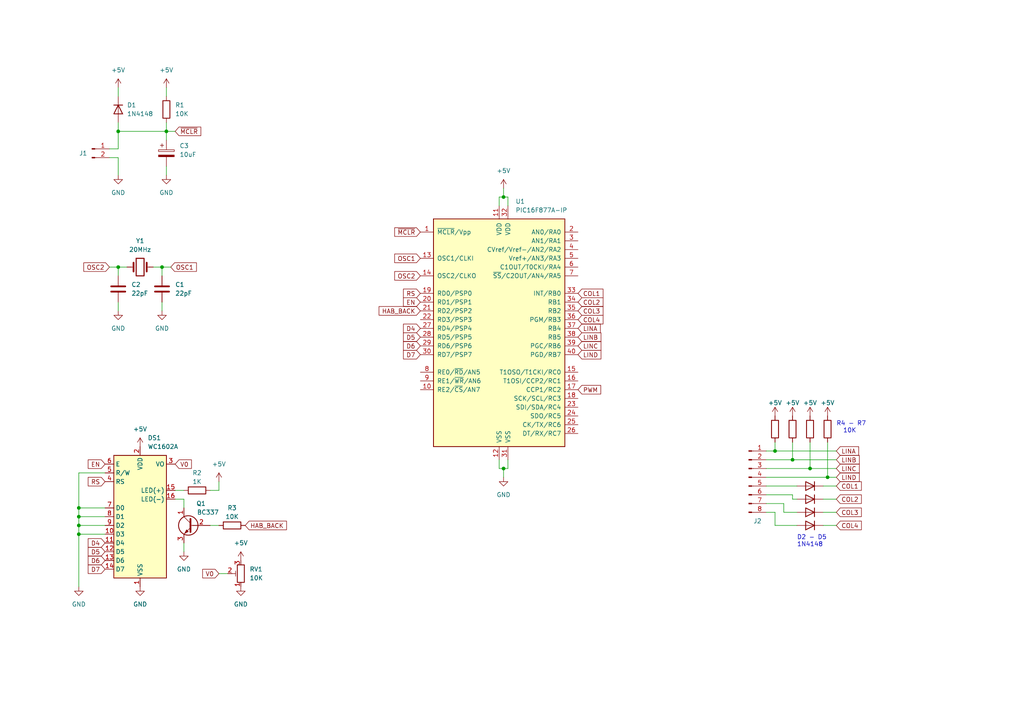
<source format=kicad_sch>
(kicad_sch (version 20230121) (generator eeschema)

  (uuid 6a79ce7c-ae15-46b5-a4fa-7983baf95a3b)

  (paper "A4")

  (lib_symbols
    (symbol "Connector:Conn_01x02_Pin" (pin_names (offset 1.016) hide) (in_bom yes) (on_board yes)
      (property "Reference" "J" (at 0 2.54 0)
        (effects (font (size 1.27 1.27)))
      )
      (property "Value" "Conn_01x02_Pin" (at 0 -5.08 0)
        (effects (font (size 1.27 1.27)))
      )
      (property "Footprint" "" (at 0 0 0)
        (effects (font (size 1.27 1.27)) hide)
      )
      (property "Datasheet" "~" (at 0 0 0)
        (effects (font (size 1.27 1.27)) hide)
      )
      (property "ki_locked" "" (at 0 0 0)
        (effects (font (size 1.27 1.27)))
      )
      (property "ki_keywords" "connector" (at 0 0 0)
        (effects (font (size 1.27 1.27)) hide)
      )
      (property "ki_description" "Generic connector, single row, 01x02, script generated" (at 0 0 0)
        (effects (font (size 1.27 1.27)) hide)
      )
      (property "ki_fp_filters" "Connector*:*_1x??_*" (at 0 0 0)
        (effects (font (size 1.27 1.27)) hide)
      )
      (symbol "Conn_01x02_Pin_1_1"
        (polyline
          (pts
            (xy 1.27 -2.54)
            (xy 0.8636 -2.54)
          )
          (stroke (width 0.1524) (type default))
          (fill (type none))
        )
        (polyline
          (pts
            (xy 1.27 0)
            (xy 0.8636 0)
          )
          (stroke (width 0.1524) (type default))
          (fill (type none))
        )
        (rectangle (start 0.8636 -2.413) (end 0 -2.667)
          (stroke (width 0.1524) (type default))
          (fill (type outline))
        )
        (rectangle (start 0.8636 0.127) (end 0 -0.127)
          (stroke (width 0.1524) (type default))
          (fill (type outline))
        )
        (pin passive line (at 5.08 0 180) (length 3.81)
          (name "Pin_1" (effects (font (size 1.27 1.27))))
          (number "1" (effects (font (size 1.27 1.27))))
        )
        (pin passive line (at 5.08 -2.54 180) (length 3.81)
          (name "Pin_2" (effects (font (size 1.27 1.27))))
          (number "2" (effects (font (size 1.27 1.27))))
        )
      )
    )
    (symbol "Connector:Conn_01x08_Pin" (pin_names (offset 1.016) hide) (in_bom yes) (on_board yes)
      (property "Reference" "J" (at 0 10.16 0)
        (effects (font (size 1.27 1.27)))
      )
      (property "Value" "Conn_01x08_Pin" (at 0 -12.7 0)
        (effects (font (size 1.27 1.27)))
      )
      (property "Footprint" "" (at 0 0 0)
        (effects (font (size 1.27 1.27)) hide)
      )
      (property "Datasheet" "~" (at 0 0 0)
        (effects (font (size 1.27 1.27)) hide)
      )
      (property "ki_locked" "" (at 0 0 0)
        (effects (font (size 1.27 1.27)))
      )
      (property "ki_keywords" "connector" (at 0 0 0)
        (effects (font (size 1.27 1.27)) hide)
      )
      (property "ki_description" "Generic connector, single row, 01x08, script generated" (at 0 0 0)
        (effects (font (size 1.27 1.27)) hide)
      )
      (property "ki_fp_filters" "Connector*:*_1x??_*" (at 0 0 0)
        (effects (font (size 1.27 1.27)) hide)
      )
      (symbol "Conn_01x08_Pin_1_1"
        (polyline
          (pts
            (xy 1.27 -10.16)
            (xy 0.8636 -10.16)
          )
          (stroke (width 0.1524) (type default))
          (fill (type none))
        )
        (polyline
          (pts
            (xy 1.27 -7.62)
            (xy 0.8636 -7.62)
          )
          (stroke (width 0.1524) (type default))
          (fill (type none))
        )
        (polyline
          (pts
            (xy 1.27 -5.08)
            (xy 0.8636 -5.08)
          )
          (stroke (width 0.1524) (type default))
          (fill (type none))
        )
        (polyline
          (pts
            (xy 1.27 -2.54)
            (xy 0.8636 -2.54)
          )
          (stroke (width 0.1524) (type default))
          (fill (type none))
        )
        (polyline
          (pts
            (xy 1.27 0)
            (xy 0.8636 0)
          )
          (stroke (width 0.1524) (type default))
          (fill (type none))
        )
        (polyline
          (pts
            (xy 1.27 2.54)
            (xy 0.8636 2.54)
          )
          (stroke (width 0.1524) (type default))
          (fill (type none))
        )
        (polyline
          (pts
            (xy 1.27 5.08)
            (xy 0.8636 5.08)
          )
          (stroke (width 0.1524) (type default))
          (fill (type none))
        )
        (polyline
          (pts
            (xy 1.27 7.62)
            (xy 0.8636 7.62)
          )
          (stroke (width 0.1524) (type default))
          (fill (type none))
        )
        (rectangle (start 0.8636 -10.033) (end 0 -10.287)
          (stroke (width 0.1524) (type default))
          (fill (type outline))
        )
        (rectangle (start 0.8636 -7.493) (end 0 -7.747)
          (stroke (width 0.1524) (type default))
          (fill (type outline))
        )
        (rectangle (start 0.8636 -4.953) (end 0 -5.207)
          (stroke (width 0.1524) (type default))
          (fill (type outline))
        )
        (rectangle (start 0.8636 -2.413) (end 0 -2.667)
          (stroke (width 0.1524) (type default))
          (fill (type outline))
        )
        (rectangle (start 0.8636 0.127) (end 0 -0.127)
          (stroke (width 0.1524) (type default))
          (fill (type outline))
        )
        (rectangle (start 0.8636 2.667) (end 0 2.413)
          (stroke (width 0.1524) (type default))
          (fill (type outline))
        )
        (rectangle (start 0.8636 5.207) (end 0 4.953)
          (stroke (width 0.1524) (type default))
          (fill (type outline))
        )
        (rectangle (start 0.8636 7.747) (end 0 7.493)
          (stroke (width 0.1524) (type default))
          (fill (type outline))
        )
        (pin passive line (at 5.08 7.62 180) (length 3.81)
          (name "Pin_1" (effects (font (size 1.27 1.27))))
          (number "1" (effects (font (size 1.27 1.27))))
        )
        (pin passive line (at 5.08 5.08 180) (length 3.81)
          (name "Pin_2" (effects (font (size 1.27 1.27))))
          (number "2" (effects (font (size 1.27 1.27))))
        )
        (pin passive line (at 5.08 2.54 180) (length 3.81)
          (name "Pin_3" (effects (font (size 1.27 1.27))))
          (number "3" (effects (font (size 1.27 1.27))))
        )
        (pin passive line (at 5.08 0 180) (length 3.81)
          (name "Pin_4" (effects (font (size 1.27 1.27))))
          (number "4" (effects (font (size 1.27 1.27))))
        )
        (pin passive line (at 5.08 -2.54 180) (length 3.81)
          (name "Pin_5" (effects (font (size 1.27 1.27))))
          (number "5" (effects (font (size 1.27 1.27))))
        )
        (pin passive line (at 5.08 -5.08 180) (length 3.81)
          (name "Pin_6" (effects (font (size 1.27 1.27))))
          (number "6" (effects (font (size 1.27 1.27))))
        )
        (pin passive line (at 5.08 -7.62 180) (length 3.81)
          (name "Pin_7" (effects (font (size 1.27 1.27))))
          (number "7" (effects (font (size 1.27 1.27))))
        )
        (pin passive line (at 5.08 -10.16 180) (length 3.81)
          (name "Pin_8" (effects (font (size 1.27 1.27))))
          (number "8" (effects (font (size 1.27 1.27))))
        )
      )
    )
    (symbol "Device:C" (pin_numbers hide) (pin_names (offset 0.254)) (in_bom yes) (on_board yes)
      (property "Reference" "C" (at 0.635 2.54 0)
        (effects (font (size 1.27 1.27)) (justify left))
      )
      (property "Value" "C" (at 0.635 -2.54 0)
        (effects (font (size 1.27 1.27)) (justify left))
      )
      (property "Footprint" "" (at 0.9652 -3.81 0)
        (effects (font (size 1.27 1.27)) hide)
      )
      (property "Datasheet" "~" (at 0 0 0)
        (effects (font (size 1.27 1.27)) hide)
      )
      (property "ki_keywords" "cap capacitor" (at 0 0 0)
        (effects (font (size 1.27 1.27)) hide)
      )
      (property "ki_description" "Unpolarized capacitor" (at 0 0 0)
        (effects (font (size 1.27 1.27)) hide)
      )
      (property "ki_fp_filters" "C_*" (at 0 0 0)
        (effects (font (size 1.27 1.27)) hide)
      )
      (symbol "C_0_1"
        (polyline
          (pts
            (xy -2.032 -0.762)
            (xy 2.032 -0.762)
          )
          (stroke (width 0.508) (type default))
          (fill (type none))
        )
        (polyline
          (pts
            (xy -2.032 0.762)
            (xy 2.032 0.762)
          )
          (stroke (width 0.508) (type default))
          (fill (type none))
        )
      )
      (symbol "C_1_1"
        (pin passive line (at 0 3.81 270) (length 2.794)
          (name "~" (effects (font (size 1.27 1.27))))
          (number "1" (effects (font (size 1.27 1.27))))
        )
        (pin passive line (at 0 -3.81 90) (length 2.794)
          (name "~" (effects (font (size 1.27 1.27))))
          (number "2" (effects (font (size 1.27 1.27))))
        )
      )
    )
    (symbol "Device:C_Polarized" (pin_numbers hide) (pin_names (offset 0.254)) (in_bom yes) (on_board yes)
      (property "Reference" "C" (at 0.635 2.54 0)
        (effects (font (size 1.27 1.27)) (justify left))
      )
      (property "Value" "C_Polarized" (at 0.635 -2.54 0)
        (effects (font (size 1.27 1.27)) (justify left))
      )
      (property "Footprint" "" (at 0.9652 -3.81 0)
        (effects (font (size 1.27 1.27)) hide)
      )
      (property "Datasheet" "~" (at 0 0 0)
        (effects (font (size 1.27 1.27)) hide)
      )
      (property "ki_keywords" "cap capacitor" (at 0 0 0)
        (effects (font (size 1.27 1.27)) hide)
      )
      (property "ki_description" "Polarized capacitor" (at 0 0 0)
        (effects (font (size 1.27 1.27)) hide)
      )
      (property "ki_fp_filters" "CP_*" (at 0 0 0)
        (effects (font (size 1.27 1.27)) hide)
      )
      (symbol "C_Polarized_0_1"
        (rectangle (start -2.286 0.508) (end 2.286 1.016)
          (stroke (width 0) (type default))
          (fill (type none))
        )
        (polyline
          (pts
            (xy -1.778 2.286)
            (xy -0.762 2.286)
          )
          (stroke (width 0) (type default))
          (fill (type none))
        )
        (polyline
          (pts
            (xy -1.27 2.794)
            (xy -1.27 1.778)
          )
          (stroke (width 0) (type default))
          (fill (type none))
        )
        (rectangle (start 2.286 -0.508) (end -2.286 -1.016)
          (stroke (width 0) (type default))
          (fill (type outline))
        )
      )
      (symbol "C_Polarized_1_1"
        (pin passive line (at 0 3.81 270) (length 2.794)
          (name "~" (effects (font (size 1.27 1.27))))
          (number "1" (effects (font (size 1.27 1.27))))
        )
        (pin passive line (at 0 -3.81 90) (length 2.794)
          (name "~" (effects (font (size 1.27 1.27))))
          (number "2" (effects (font (size 1.27 1.27))))
        )
      )
    )
    (symbol "Device:Crystal" (pin_numbers hide) (pin_names (offset 1.016) hide) (in_bom yes) (on_board yes)
      (property "Reference" "Y" (at 0 3.81 0)
        (effects (font (size 1.27 1.27)))
      )
      (property "Value" "Crystal" (at 0 -3.81 0)
        (effects (font (size 1.27 1.27)))
      )
      (property "Footprint" "" (at 0 0 0)
        (effects (font (size 1.27 1.27)) hide)
      )
      (property "Datasheet" "~" (at 0 0 0)
        (effects (font (size 1.27 1.27)) hide)
      )
      (property "ki_keywords" "quartz ceramic resonator oscillator" (at 0 0 0)
        (effects (font (size 1.27 1.27)) hide)
      )
      (property "ki_description" "Two pin crystal" (at 0 0 0)
        (effects (font (size 1.27 1.27)) hide)
      )
      (property "ki_fp_filters" "Crystal*" (at 0 0 0)
        (effects (font (size 1.27 1.27)) hide)
      )
      (symbol "Crystal_0_1"
        (rectangle (start -1.143 2.54) (end 1.143 -2.54)
          (stroke (width 0.3048) (type default))
          (fill (type none))
        )
        (polyline
          (pts
            (xy -2.54 0)
            (xy -1.905 0)
          )
          (stroke (width 0) (type default))
          (fill (type none))
        )
        (polyline
          (pts
            (xy -1.905 -1.27)
            (xy -1.905 1.27)
          )
          (stroke (width 0.508) (type default))
          (fill (type none))
        )
        (polyline
          (pts
            (xy 1.905 -1.27)
            (xy 1.905 1.27)
          )
          (stroke (width 0.508) (type default))
          (fill (type none))
        )
        (polyline
          (pts
            (xy 2.54 0)
            (xy 1.905 0)
          )
          (stroke (width 0) (type default))
          (fill (type none))
        )
      )
      (symbol "Crystal_1_1"
        (pin passive line (at -3.81 0 0) (length 1.27)
          (name "1" (effects (font (size 1.27 1.27))))
          (number "1" (effects (font (size 1.27 1.27))))
        )
        (pin passive line (at 3.81 0 180) (length 1.27)
          (name "2" (effects (font (size 1.27 1.27))))
          (number "2" (effects (font (size 1.27 1.27))))
        )
      )
    )
    (symbol "Device:R" (pin_numbers hide) (pin_names (offset 0)) (in_bom yes) (on_board yes)
      (property "Reference" "R" (at 2.032 0 90)
        (effects (font (size 1.27 1.27)))
      )
      (property "Value" "R" (at 0 0 90)
        (effects (font (size 1.27 1.27)))
      )
      (property "Footprint" "" (at -1.778 0 90)
        (effects (font (size 1.27 1.27)) hide)
      )
      (property "Datasheet" "~" (at 0 0 0)
        (effects (font (size 1.27 1.27)) hide)
      )
      (property "ki_keywords" "R res resistor" (at 0 0 0)
        (effects (font (size 1.27 1.27)) hide)
      )
      (property "ki_description" "Resistor" (at 0 0 0)
        (effects (font (size 1.27 1.27)) hide)
      )
      (property "ki_fp_filters" "R_*" (at 0 0 0)
        (effects (font (size 1.27 1.27)) hide)
      )
      (symbol "R_0_1"
        (rectangle (start -1.016 -2.54) (end 1.016 2.54)
          (stroke (width 0.254) (type default))
          (fill (type none))
        )
      )
      (symbol "R_1_1"
        (pin passive line (at 0 3.81 270) (length 1.27)
          (name "~" (effects (font (size 1.27 1.27))))
          (number "1" (effects (font (size 1.27 1.27))))
        )
        (pin passive line (at 0 -3.81 90) (length 1.27)
          (name "~" (effects (font (size 1.27 1.27))))
          (number "2" (effects (font (size 1.27 1.27))))
        )
      )
    )
    (symbol "Device:R_Potentiometer_Trim" (pin_names (offset 1.016) hide) (in_bom yes) (on_board yes)
      (property "Reference" "RV" (at -4.445 0 90)
        (effects (font (size 1.27 1.27)))
      )
      (property "Value" "R_Potentiometer_Trim" (at -2.54 0 90)
        (effects (font (size 1.27 1.27)))
      )
      (property "Footprint" "" (at 0 0 0)
        (effects (font (size 1.27 1.27)) hide)
      )
      (property "Datasheet" "~" (at 0 0 0)
        (effects (font (size 1.27 1.27)) hide)
      )
      (property "ki_keywords" "resistor variable trimpot trimmer" (at 0 0 0)
        (effects (font (size 1.27 1.27)) hide)
      )
      (property "ki_description" "Trim-potentiometer" (at 0 0 0)
        (effects (font (size 1.27 1.27)) hide)
      )
      (property "ki_fp_filters" "Potentiometer*" (at 0 0 0)
        (effects (font (size 1.27 1.27)) hide)
      )
      (symbol "R_Potentiometer_Trim_0_1"
        (polyline
          (pts
            (xy 1.524 0.762)
            (xy 1.524 -0.762)
          )
          (stroke (width 0) (type default))
          (fill (type none))
        )
        (polyline
          (pts
            (xy 2.54 0)
            (xy 1.524 0)
          )
          (stroke (width 0) (type default))
          (fill (type none))
        )
        (rectangle (start 1.016 2.54) (end -1.016 -2.54)
          (stroke (width 0.254) (type default))
          (fill (type none))
        )
      )
      (symbol "R_Potentiometer_Trim_1_1"
        (pin passive line (at 0 3.81 270) (length 1.27)
          (name "1" (effects (font (size 1.27 1.27))))
          (number "1" (effects (font (size 1.27 1.27))))
        )
        (pin passive line (at 3.81 0 180) (length 1.27)
          (name "2" (effects (font (size 1.27 1.27))))
          (number "2" (effects (font (size 1.27 1.27))))
        )
        (pin passive line (at 0 -3.81 90) (length 1.27)
          (name "3" (effects (font (size 1.27 1.27))))
          (number "3" (effects (font (size 1.27 1.27))))
        )
      )
    )
    (symbol "Diode:1N4148" (pin_numbers hide) (pin_names hide) (in_bom yes) (on_board yes)
      (property "Reference" "D" (at 0 2.54 0)
        (effects (font (size 1.27 1.27)))
      )
      (property "Value" "1N4148" (at 0 -2.54 0)
        (effects (font (size 1.27 1.27)))
      )
      (property "Footprint" "Diode_THT:D_DO-35_SOD27_P7.62mm_Horizontal" (at 0 0 0)
        (effects (font (size 1.27 1.27)) hide)
      )
      (property "Datasheet" "https://assets.nexperia.com/documents/data-sheet/1N4148_1N4448.pdf" (at 0 0 0)
        (effects (font (size 1.27 1.27)) hide)
      )
      (property "Sim.Device" "D" (at 0 0 0)
        (effects (font (size 1.27 1.27)) hide)
      )
      (property "Sim.Pins" "1=K 2=A" (at 0 0 0)
        (effects (font (size 1.27 1.27)) hide)
      )
      (property "ki_keywords" "diode" (at 0 0 0)
        (effects (font (size 1.27 1.27)) hide)
      )
      (property "ki_description" "100V 0.15A standard switching diode, DO-35" (at 0 0 0)
        (effects (font (size 1.27 1.27)) hide)
      )
      (property "ki_fp_filters" "D*DO?35*" (at 0 0 0)
        (effects (font (size 1.27 1.27)) hide)
      )
      (symbol "1N4148_0_1"
        (polyline
          (pts
            (xy -1.27 1.27)
            (xy -1.27 -1.27)
          )
          (stroke (width 0.254) (type default))
          (fill (type none))
        )
        (polyline
          (pts
            (xy 1.27 0)
            (xy -1.27 0)
          )
          (stroke (width 0) (type default))
          (fill (type none))
        )
        (polyline
          (pts
            (xy 1.27 1.27)
            (xy 1.27 -1.27)
            (xy -1.27 0)
            (xy 1.27 1.27)
          )
          (stroke (width 0.254) (type default))
          (fill (type none))
        )
      )
      (symbol "1N4148_1_1"
        (pin passive line (at -3.81 0 0) (length 2.54)
          (name "K" (effects (font (size 1.27 1.27))))
          (number "1" (effects (font (size 1.27 1.27))))
        )
        (pin passive line (at 3.81 0 180) (length 2.54)
          (name "A" (effects (font (size 1.27 1.27))))
          (number "2" (effects (font (size 1.27 1.27))))
        )
      )
    )
    (symbol "Display_Character:WC1602A" (in_bom yes) (on_board yes)
      (property "Reference" "DS" (at -5.842 19.05 0)
        (effects (font (size 1.27 1.27)))
      )
      (property "Value" "WC1602A" (at 5.334 19.05 0)
        (effects (font (size 1.27 1.27)))
      )
      (property "Footprint" "Display:WC1602A" (at 0 -22.86 0)
        (effects (font (size 1.27 1.27) italic) hide)
      )
      (property "Datasheet" "http://www.wincomlcd.com/pdf/WC1602A-SFYLYHTC06.pdf" (at 17.78 0 0)
        (effects (font (size 1.27 1.27)) hide)
      )
      (property "ki_keywords" "display LCD dot-matrix" (at 0 0 0)
        (effects (font (size 1.27 1.27)) hide)
      )
      (property "ki_description" "LCD 16x2 Alphanumeric , 8 bit parallel bus, 5V VDD" (at 0 0 0)
        (effects (font (size 1.27 1.27)) hide)
      )
      (property "ki_fp_filters" "*WC*1602A*" (at 0 0 0)
        (effects (font (size 1.27 1.27)) hide)
      )
      (symbol "WC1602A_1_1"
        (rectangle (start -7.62 17.78) (end 7.62 -17.78)
          (stroke (width 0.254) (type default))
          (fill (type background))
        )
        (pin power_in line (at 0 -20.32 90) (length 2.54)
          (name "VSS" (effects (font (size 1.27 1.27))))
          (number "1" (effects (font (size 1.27 1.27))))
        )
        (pin input line (at -10.16 -5.08 0) (length 2.54)
          (name "D3" (effects (font (size 1.27 1.27))))
          (number "10" (effects (font (size 1.27 1.27))))
        )
        (pin input line (at -10.16 -7.62 0) (length 2.54)
          (name "D4" (effects (font (size 1.27 1.27))))
          (number "11" (effects (font (size 1.27 1.27))))
        )
        (pin input line (at -10.16 -10.16 0) (length 2.54)
          (name "D5" (effects (font (size 1.27 1.27))))
          (number "12" (effects (font (size 1.27 1.27))))
        )
        (pin input line (at -10.16 -12.7 0) (length 2.54)
          (name "D6" (effects (font (size 1.27 1.27))))
          (number "13" (effects (font (size 1.27 1.27))))
        )
        (pin input line (at -10.16 -15.24 0) (length 2.54)
          (name "D7" (effects (font (size 1.27 1.27))))
          (number "14" (effects (font (size 1.27 1.27))))
        )
        (pin power_in line (at 10.16 7.62 180) (length 2.54)
          (name "LED(+)" (effects (font (size 1.27 1.27))))
          (number "15" (effects (font (size 1.27 1.27))))
        )
        (pin power_in line (at 10.16 5.08 180) (length 2.54)
          (name "LED(-)" (effects (font (size 1.27 1.27))))
          (number "16" (effects (font (size 1.27 1.27))))
        )
        (pin power_in line (at 0 20.32 270) (length 2.54)
          (name "VDD" (effects (font (size 1.27 1.27))))
          (number "2" (effects (font (size 1.27 1.27))))
        )
        (pin input line (at 10.16 15.24 180) (length 2.54)
          (name "VO" (effects (font (size 1.27 1.27))))
          (number "3" (effects (font (size 1.27 1.27))))
        )
        (pin input line (at -10.16 10.16 0) (length 2.54)
          (name "RS" (effects (font (size 1.27 1.27))))
          (number "4" (effects (font (size 1.27 1.27))))
        )
        (pin input line (at -10.16 12.7 0) (length 2.54)
          (name "R/W" (effects (font (size 1.27 1.27))))
          (number "5" (effects (font (size 1.27 1.27))))
        )
        (pin input line (at -10.16 15.24 0) (length 2.54)
          (name "E" (effects (font (size 1.27 1.27))))
          (number "6" (effects (font (size 1.27 1.27))))
        )
        (pin input line (at -10.16 2.54 0) (length 2.54)
          (name "D0" (effects (font (size 1.27 1.27))))
          (number "7" (effects (font (size 1.27 1.27))))
        )
        (pin input line (at -10.16 0 0) (length 2.54)
          (name "D1" (effects (font (size 1.27 1.27))))
          (number "8" (effects (font (size 1.27 1.27))))
        )
        (pin input line (at -10.16 -2.54 0) (length 2.54)
          (name "D2" (effects (font (size 1.27 1.27))))
          (number "9" (effects (font (size 1.27 1.27))))
        )
      )
    )
    (symbol "MCU_Microchip_PIC16:PIC16F877A-IP" (pin_names (offset 1.016)) (in_bom yes) (on_board yes)
      (property "Reference" "U" (at 5.08 35.56 0)
        (effects (font (size 1.27 1.27)) (justify left))
      )
      (property "Value" "PIC16F877A-IP" (at 5.08 33.02 0)
        (effects (font (size 1.27 1.27)) (justify left))
      )
      (property "Footprint" "" (at 0 0 0)
        (effects (font (size 1.27 1.27) italic) hide)
      )
      (property "Datasheet" "http://ww1.microchip.com/downloads/en/DeviceDoc/39582b.pdf" (at 0 0 0)
        (effects (font (size 1.27 1.27)) hide)
      )
      (property "ki_keywords" "Flash-Based 8-Bit CMOS Microcontroller" (at 0 0 0)
        (effects (font (size 1.27 1.27)) hide)
      )
      (property "ki_description" "8W Flash, 386B SRAM, 256B EEPROM, DIP40" (at 0 0 0)
        (effects (font (size 1.27 1.27)) hide)
      )
      (property "ki_fp_filters" "DIP* PDIP*" (at 0 0 0)
        (effects (font (size 1.27 1.27)) hide)
      )
      (symbol "PIC16F877A-IP_0_1"
        (rectangle (start -19.05 31.75) (end 19.05 -34.29)
          (stroke (width 0.254) (type default))
          (fill (type background))
        )
      )
      (symbol "PIC16F877A-IP_1_1"
        (pin input line (at -22.86 27.94 0) (length 3.81)
          (name "~{MCLR}/Vpp" (effects (font (size 1.27 1.27))))
          (number "1" (effects (font (size 1.27 1.27))))
        )
        (pin bidirectional line (at -22.86 -17.78 0) (length 3.81)
          (name "RE2/~{CS}/AN7" (effects (font (size 1.27 1.27))))
          (number "10" (effects (font (size 1.27 1.27))))
        )
        (pin power_in line (at 0 35.56 270) (length 3.81)
          (name "VDD" (effects (font (size 1.27 1.27))))
          (number "11" (effects (font (size 1.27 1.27))))
        )
        (pin power_in line (at 0 -38.1 90) (length 3.81)
          (name "VSS" (effects (font (size 1.27 1.27))))
          (number "12" (effects (font (size 1.27 1.27))))
        )
        (pin input line (at -22.86 20.32 0) (length 3.81)
          (name "OSC1/CLKI" (effects (font (size 1.27 1.27))))
          (number "13" (effects (font (size 1.27 1.27))))
        )
        (pin output line (at -22.86 15.24 0) (length 3.81)
          (name "OSC2/CLKO" (effects (font (size 1.27 1.27))))
          (number "14" (effects (font (size 1.27 1.27))))
        )
        (pin bidirectional line (at 22.86 -12.7 180) (length 3.81)
          (name "T1OSO/T1CKI/RC0" (effects (font (size 1.27 1.27))))
          (number "15" (effects (font (size 1.27 1.27))))
        )
        (pin bidirectional line (at 22.86 -15.24 180) (length 3.81)
          (name "T1OSI/CCP2/RC1" (effects (font (size 1.27 1.27))))
          (number "16" (effects (font (size 1.27 1.27))))
        )
        (pin bidirectional line (at 22.86 -17.78 180) (length 3.81)
          (name "CCP1/RC2" (effects (font (size 1.27 1.27))))
          (number "17" (effects (font (size 1.27 1.27))))
        )
        (pin bidirectional line (at 22.86 -20.32 180) (length 3.81)
          (name "SCK/SCL/RC3" (effects (font (size 1.27 1.27))))
          (number "18" (effects (font (size 1.27 1.27))))
        )
        (pin bidirectional line (at -22.86 10.16 0) (length 3.81)
          (name "RD0/PSP0" (effects (font (size 1.27 1.27))))
          (number "19" (effects (font (size 1.27 1.27))))
        )
        (pin bidirectional line (at 22.86 27.94 180) (length 3.81)
          (name "AN0/RA0" (effects (font (size 1.27 1.27))))
          (number "2" (effects (font (size 1.27 1.27))))
        )
        (pin bidirectional line (at -22.86 7.62 0) (length 3.81)
          (name "RD1/PSP1" (effects (font (size 1.27 1.27))))
          (number "20" (effects (font (size 1.27 1.27))))
        )
        (pin bidirectional line (at -22.86 5.08 0) (length 3.81)
          (name "RD2/PSP2" (effects (font (size 1.27 1.27))))
          (number "21" (effects (font (size 1.27 1.27))))
        )
        (pin bidirectional line (at -22.86 2.54 0) (length 3.81)
          (name "RD3/PSP3" (effects (font (size 1.27 1.27))))
          (number "22" (effects (font (size 1.27 1.27))))
        )
        (pin bidirectional line (at 22.86 -22.86 180) (length 3.81)
          (name "SDI/SDA/RC4" (effects (font (size 1.27 1.27))))
          (number "23" (effects (font (size 1.27 1.27))))
        )
        (pin bidirectional line (at 22.86 -25.4 180) (length 3.81)
          (name "SDO/RC5" (effects (font (size 1.27 1.27))))
          (number "24" (effects (font (size 1.27 1.27))))
        )
        (pin bidirectional line (at 22.86 -27.94 180) (length 3.81)
          (name "CK/TX/RC6" (effects (font (size 1.27 1.27))))
          (number "25" (effects (font (size 1.27 1.27))))
        )
        (pin bidirectional line (at 22.86 -30.48 180) (length 3.81)
          (name "DT/RX/RC7" (effects (font (size 1.27 1.27))))
          (number "26" (effects (font (size 1.27 1.27))))
        )
        (pin bidirectional line (at -22.86 0 0) (length 3.81)
          (name "RD4/PSP4" (effects (font (size 1.27 1.27))))
          (number "27" (effects (font (size 1.27 1.27))))
        )
        (pin bidirectional line (at -22.86 -2.54 0) (length 3.81)
          (name "RD5/PSP5" (effects (font (size 1.27 1.27))))
          (number "28" (effects (font (size 1.27 1.27))))
        )
        (pin bidirectional line (at -22.86 -5.08 0) (length 3.81)
          (name "RD6/PSP6" (effects (font (size 1.27 1.27))))
          (number "29" (effects (font (size 1.27 1.27))))
        )
        (pin bidirectional line (at 22.86 25.4 180) (length 3.81)
          (name "AN1/RA1" (effects (font (size 1.27 1.27))))
          (number "3" (effects (font (size 1.27 1.27))))
        )
        (pin bidirectional line (at -22.86 -7.62 0) (length 3.81)
          (name "RD7/PSP7" (effects (font (size 1.27 1.27))))
          (number "30" (effects (font (size 1.27 1.27))))
        )
        (pin power_in line (at 2.54 -38.1 90) (length 3.81)
          (name "VSS" (effects (font (size 1.27 1.27))))
          (number "31" (effects (font (size 1.27 1.27))))
        )
        (pin power_in line (at 2.54 35.56 270) (length 3.81)
          (name "VDD" (effects (font (size 1.27 1.27))))
          (number "32" (effects (font (size 1.27 1.27))))
        )
        (pin bidirectional line (at 22.86 10.16 180) (length 3.81)
          (name "INT/RB0" (effects (font (size 1.27 1.27))))
          (number "33" (effects (font (size 1.27 1.27))))
        )
        (pin bidirectional line (at 22.86 7.62 180) (length 3.81)
          (name "RB1" (effects (font (size 1.27 1.27))))
          (number "34" (effects (font (size 1.27 1.27))))
        )
        (pin bidirectional line (at 22.86 5.08 180) (length 3.81)
          (name "RB2" (effects (font (size 1.27 1.27))))
          (number "35" (effects (font (size 1.27 1.27))))
        )
        (pin bidirectional line (at 22.86 2.54 180) (length 3.81)
          (name "PGM/RB3" (effects (font (size 1.27 1.27))))
          (number "36" (effects (font (size 1.27 1.27))))
        )
        (pin bidirectional line (at 22.86 0 180) (length 3.81)
          (name "RB4" (effects (font (size 1.27 1.27))))
          (number "37" (effects (font (size 1.27 1.27))))
        )
        (pin bidirectional line (at 22.86 -2.54 180) (length 3.81)
          (name "RB5" (effects (font (size 1.27 1.27))))
          (number "38" (effects (font (size 1.27 1.27))))
        )
        (pin bidirectional line (at 22.86 -5.08 180) (length 3.81)
          (name "PGC/RB6" (effects (font (size 1.27 1.27))))
          (number "39" (effects (font (size 1.27 1.27))))
        )
        (pin bidirectional line (at 22.86 22.86 180) (length 3.81)
          (name "CVref/Vref-/AN2/RA2" (effects (font (size 1.27 1.27))))
          (number "4" (effects (font (size 1.27 1.27))))
        )
        (pin bidirectional line (at 22.86 -7.62 180) (length 3.81)
          (name "PGD/RB7" (effects (font (size 1.27 1.27))))
          (number "40" (effects (font (size 1.27 1.27))))
        )
        (pin bidirectional line (at 22.86 20.32 180) (length 3.81)
          (name "Vref+/AN3/RA3" (effects (font (size 1.27 1.27))))
          (number "5" (effects (font (size 1.27 1.27))))
        )
        (pin bidirectional line (at 22.86 17.78 180) (length 3.81)
          (name "C1OUT/T0CKI/RA4" (effects (font (size 1.27 1.27))))
          (number "6" (effects (font (size 1.27 1.27))))
        )
        (pin bidirectional line (at 22.86 15.24 180) (length 3.81)
          (name "~{SS}/C2OUT/AN4/RA5" (effects (font (size 1.27 1.27))))
          (number "7" (effects (font (size 1.27 1.27))))
        )
        (pin bidirectional line (at -22.86 -12.7 0) (length 3.81)
          (name "RE0/~{RD}/AN5" (effects (font (size 1.27 1.27))))
          (number "8" (effects (font (size 1.27 1.27))))
        )
        (pin bidirectional line (at -22.86 -15.24 0) (length 3.81)
          (name "RE1/~{WR}/AN6" (effects (font (size 1.27 1.27))))
          (number "9" (effects (font (size 1.27 1.27))))
        )
      )
    )
    (symbol "Transistor_BJT:BC337" (pin_names (offset 0) hide) (in_bom yes) (on_board yes)
      (property "Reference" "Q" (at 5.08 1.905 0)
        (effects (font (size 1.27 1.27)) (justify left))
      )
      (property "Value" "BC337" (at 5.08 0 0)
        (effects (font (size 1.27 1.27)) (justify left))
      )
      (property "Footprint" "Package_TO_SOT_THT:TO-92_Inline" (at 5.08 -1.905 0)
        (effects (font (size 1.27 1.27) italic) (justify left) hide)
      )
      (property "Datasheet" "https://diotec.com/tl_files/diotec/files/pdf/datasheets/bc337.pdf" (at 0 0 0)
        (effects (font (size 1.27 1.27)) (justify left) hide)
      )
      (property "ki_keywords" "NPN Transistor" (at 0 0 0)
        (effects (font (size 1.27 1.27)) hide)
      )
      (property "ki_description" "0.8A Ic, 45V Vce, NPN Transistor, TO-92" (at 0 0 0)
        (effects (font (size 1.27 1.27)) hide)
      )
      (property "ki_fp_filters" "TO?92*" (at 0 0 0)
        (effects (font (size 1.27 1.27)) hide)
      )
      (symbol "BC337_0_1"
        (polyline
          (pts
            (xy 0 0)
            (xy 0.635 0)
          )
          (stroke (width 0) (type default))
          (fill (type none))
        )
        (polyline
          (pts
            (xy 0.635 0.635)
            (xy 2.54 2.54)
          )
          (stroke (width 0) (type default))
          (fill (type none))
        )
        (polyline
          (pts
            (xy 0.635 -0.635)
            (xy 2.54 -2.54)
            (xy 2.54 -2.54)
          )
          (stroke (width 0) (type default))
          (fill (type none))
        )
        (polyline
          (pts
            (xy 0.635 1.905)
            (xy 0.635 -1.905)
            (xy 0.635 -1.905)
          )
          (stroke (width 0.508) (type default))
          (fill (type none))
        )
        (polyline
          (pts
            (xy 1.27 -1.778)
            (xy 1.778 -1.27)
            (xy 2.286 -2.286)
            (xy 1.27 -1.778)
            (xy 1.27 -1.778)
          )
          (stroke (width 0) (type default))
          (fill (type outline))
        )
        (circle (center 1.27 0) (radius 2.8194)
          (stroke (width 0.254) (type default))
          (fill (type none))
        )
      )
      (symbol "BC337_1_1"
        (pin passive line (at 2.54 5.08 270) (length 2.54)
          (name "C" (effects (font (size 1.27 1.27))))
          (number "1" (effects (font (size 1.27 1.27))))
        )
        (pin input line (at -5.08 0 0) (length 5.08)
          (name "B" (effects (font (size 1.27 1.27))))
          (number "2" (effects (font (size 1.27 1.27))))
        )
        (pin passive line (at 2.54 -5.08 90) (length 2.54)
          (name "E" (effects (font (size 1.27 1.27))))
          (number "3" (effects (font (size 1.27 1.27))))
        )
      )
    )
    (symbol "power:+5V" (power) (pin_names (offset 0)) (in_bom yes) (on_board yes)
      (property "Reference" "#PWR" (at 0 -3.81 0)
        (effects (font (size 1.27 1.27)) hide)
      )
      (property "Value" "+5V" (at 0 3.556 0)
        (effects (font (size 1.27 1.27)))
      )
      (property "Footprint" "" (at 0 0 0)
        (effects (font (size 1.27 1.27)) hide)
      )
      (property "Datasheet" "" (at 0 0 0)
        (effects (font (size 1.27 1.27)) hide)
      )
      (property "ki_keywords" "global power" (at 0 0 0)
        (effects (font (size 1.27 1.27)) hide)
      )
      (property "ki_description" "Power symbol creates a global label with name \"+5V\"" (at 0 0 0)
        (effects (font (size 1.27 1.27)) hide)
      )
      (symbol "+5V_0_1"
        (polyline
          (pts
            (xy -0.762 1.27)
            (xy 0 2.54)
          )
          (stroke (width 0) (type default))
          (fill (type none))
        )
        (polyline
          (pts
            (xy 0 0)
            (xy 0 2.54)
          )
          (stroke (width 0) (type default))
          (fill (type none))
        )
        (polyline
          (pts
            (xy 0 2.54)
            (xy 0.762 1.27)
          )
          (stroke (width 0) (type default))
          (fill (type none))
        )
      )
      (symbol "+5V_1_1"
        (pin power_in line (at 0 0 90) (length 0) hide
          (name "+5V" (effects (font (size 1.27 1.27))))
          (number "1" (effects (font (size 1.27 1.27))))
        )
      )
    )
    (symbol "power:GND" (power) (pin_names (offset 0)) (in_bom yes) (on_board yes)
      (property "Reference" "#PWR" (at 0 -6.35 0)
        (effects (font (size 1.27 1.27)) hide)
      )
      (property "Value" "GND" (at 0 -3.81 0)
        (effects (font (size 1.27 1.27)))
      )
      (property "Footprint" "" (at 0 0 0)
        (effects (font (size 1.27 1.27)) hide)
      )
      (property "Datasheet" "" (at 0 0 0)
        (effects (font (size 1.27 1.27)) hide)
      )
      (property "ki_keywords" "global power" (at 0 0 0)
        (effects (font (size 1.27 1.27)) hide)
      )
      (property "ki_description" "Power symbol creates a global label with name \"GND\" , ground" (at 0 0 0)
        (effects (font (size 1.27 1.27)) hide)
      )
      (symbol "GND_0_1"
        (polyline
          (pts
            (xy 0 0)
            (xy 0 -1.27)
            (xy 1.27 -1.27)
            (xy 0 -2.54)
            (xy -1.27 -1.27)
            (xy 0 -1.27)
          )
          (stroke (width 0) (type default))
          (fill (type none))
        )
      )
      (symbol "GND_1_1"
        (pin power_in line (at 0 0 270) (length 0) hide
          (name "GND" (effects (font (size 1.27 1.27))))
          (number "1" (effects (font (size 1.27 1.27))))
        )
      )
    )
  )

  (junction (at 146.05 135.89) (diameter 0) (color 0 0 0 0)
    (uuid 0b98ba54-9aa6-41f7-b35f-6e694e4579bb)
  )
  (junction (at 234.95 135.89) (diameter 0) (color 0 0 0 0)
    (uuid 21110034-ddda-444d-8245-730b6e83adcc)
  )
  (junction (at 22.86 152.4) (diameter 0) (color 0 0 0 0)
    (uuid 46d2c09e-2dc2-4fa1-93f9-d26728afc6c4)
  )
  (junction (at 22.86 149.86) (diameter 0) (color 0 0 0 0)
    (uuid 64d5d22f-a15b-4c8a-90fe-ae27a2742c23)
  )
  (junction (at 46.99 77.47) (diameter 0) (color 0 0 0 0)
    (uuid 76df7de8-29ca-4771-85a2-46921bd47c3a)
  )
  (junction (at 48.26 38.1) (diameter 0) (color 0 0 0 0)
    (uuid 7bec4366-05ad-4551-b7a1-70488a723706)
  )
  (junction (at 146.05 57.15) (diameter 0) (color 0 0 0 0)
    (uuid 7c5af886-ba9c-41e5-8698-a75cc13d6f99)
  )
  (junction (at 22.86 147.32) (diameter 0) (color 0 0 0 0)
    (uuid 864cc4f4-460a-4ecb-9dd6-95c24369c4ec)
  )
  (junction (at 240.03 138.43) (diameter 0) (color 0 0 0 0)
    (uuid 9693f937-62b6-4d62-8c31-b68196379f12)
  )
  (junction (at 34.29 38.1) (diameter 0) (color 0 0 0 0)
    (uuid 98a084b0-fde1-4bb9-ba3f-e1a36a9aec4a)
  )
  (junction (at 22.86 154.94) (diameter 0) (color 0 0 0 0)
    (uuid 9cff5062-8414-41ce-8553-327d03a7a05e)
  )
  (junction (at 229.87 133.35) (diameter 0) (color 0 0 0 0)
    (uuid b2787ec1-2e98-41c5-a009-4ec8ed287867)
  )
  (junction (at 34.29 77.47) (diameter 0) (color 0 0 0 0)
    (uuid c48421f2-a55d-4f63-a2ff-cf4496b954e4)
  )
  (junction (at 224.79 130.81) (diameter 0) (color 0 0 0 0)
    (uuid e551b1d7-755e-451f-9f83-5331ac4608aa)
  )

  (wire (pts (xy 224.79 130.81) (xy 222.25 130.81))
    (stroke (width 0) (type default))
    (uuid 020992f7-c1b2-471f-abf2-cd5bcca310eb)
  )
  (wire (pts (xy 22.86 154.94) (xy 22.86 152.4))
    (stroke (width 0) (type default))
    (uuid 039b94bb-a709-4499-946b-b62c31582787)
  )
  (wire (pts (xy 229.87 133.35) (xy 222.25 133.35))
    (stroke (width 0) (type default))
    (uuid 050816f1-117b-46aa-bc6f-c32e554ac13f)
  )
  (wire (pts (xy 242.57 152.4) (xy 238.76 152.4))
    (stroke (width 0) (type default))
    (uuid 14f6fef3-d0b3-438a-bd59-a2912e7235df)
  )
  (wire (pts (xy 48.26 38.1) (xy 48.26 40.64))
    (stroke (width 0) (type default))
    (uuid 15397b9c-c5c9-46e9-aafb-97af42895c43)
  )
  (wire (pts (xy 34.29 87.63) (xy 34.29 90.17))
    (stroke (width 0) (type default))
    (uuid 174e66d1-474e-484e-9988-5d8560a89887)
  )
  (wire (pts (xy 146.05 135.89) (xy 144.78 135.89))
    (stroke (width 0) (type default))
    (uuid 175a226c-58d0-4342-86bd-680e34740a43)
  )
  (wire (pts (xy 147.32 133.35) (xy 147.32 135.89))
    (stroke (width 0) (type default))
    (uuid 19b7ad00-bbb0-4142-8207-b9d133310a77)
  )
  (wire (pts (xy 231.14 140.97) (xy 222.25 140.97))
    (stroke (width 0) (type default))
    (uuid 19edc452-69f4-47de-b902-21a8665beb60)
  )
  (wire (pts (xy 60.96 152.4) (xy 63.5 152.4))
    (stroke (width 0) (type default))
    (uuid 1a30baa8-a5af-4f5b-83d1-9d6fd7394309)
  )
  (wire (pts (xy 231.14 144.78) (xy 229.87 144.78))
    (stroke (width 0) (type default))
    (uuid 2104825e-9b3c-4a17-867d-e3d93db25be0)
  )
  (wire (pts (xy 144.78 59.69) (xy 144.78 57.15))
    (stroke (width 0) (type default))
    (uuid 225b03e3-194f-4465-8637-418a63d201e7)
  )
  (wire (pts (xy 46.99 87.63) (xy 46.99 90.17))
    (stroke (width 0) (type default))
    (uuid 27b5dc05-e06d-447e-bac7-3677db2fbfcb)
  )
  (wire (pts (xy 34.29 38.1) (xy 48.26 38.1))
    (stroke (width 0) (type default))
    (uuid 27d17e4e-7563-4428-9c5e-49a29bc1d3b1)
  )
  (wire (pts (xy 146.05 54.61) (xy 146.05 57.15))
    (stroke (width 0) (type default))
    (uuid 28c69c0d-7744-4849-bebf-a7943a3e321a)
  )
  (wire (pts (xy 234.95 128.27) (xy 234.95 135.89))
    (stroke (width 0) (type default))
    (uuid 2abff884-aa02-4b78-8c23-633e6d4e1778)
  )
  (wire (pts (xy 231.14 148.59) (xy 227.33 148.59))
    (stroke (width 0) (type default))
    (uuid 2ec9065e-ab5e-4019-a11a-f8c664d9fc72)
  )
  (wire (pts (xy 34.29 77.47) (xy 34.29 80.01))
    (stroke (width 0) (type default))
    (uuid 3004bdb7-e774-4aee-b862-4dc0426ccbd0)
  )
  (wire (pts (xy 240.03 138.43) (xy 222.25 138.43))
    (stroke (width 0) (type default))
    (uuid 3098986d-fe09-4022-8102-d10a79a3d76a)
  )
  (wire (pts (xy 22.86 170.18) (xy 22.86 154.94))
    (stroke (width 0) (type default))
    (uuid 37f50876-03d4-4a79-915c-9ac87f1714eb)
  )
  (wire (pts (xy 34.29 45.72) (xy 34.29 50.8))
    (stroke (width 0) (type default))
    (uuid 38b1650c-b66a-40be-ab78-2027716c5f2a)
  )
  (wire (pts (xy 22.86 154.94) (xy 30.48 154.94))
    (stroke (width 0) (type default))
    (uuid 45ce0a53-4f95-4433-8496-72c9c4eb894a)
  )
  (wire (pts (xy 146.05 138.43) (xy 146.05 135.89))
    (stroke (width 0) (type default))
    (uuid 4f7c14e9-19c5-48b0-a238-fd65d85eb780)
  )
  (wire (pts (xy 44.45 77.47) (xy 46.99 77.47))
    (stroke (width 0) (type default))
    (uuid 500445cb-ba23-4686-a076-3ecf98b9e630)
  )
  (wire (pts (xy 48.26 38.1) (xy 50.8 38.1))
    (stroke (width 0) (type default))
    (uuid 50b589bd-005d-4228-a7c2-2408110b6a7f)
  )
  (wire (pts (xy 53.34 147.32) (xy 53.34 144.78))
    (stroke (width 0) (type default))
    (uuid 588da2bd-5d72-47fc-8a0d-c90e5005a353)
  )
  (wire (pts (xy 231.14 152.4) (xy 224.79 152.4))
    (stroke (width 0) (type default))
    (uuid 61a71929-0fa9-486a-b462-fad5152df582)
  )
  (wire (pts (xy 242.57 138.43) (xy 240.03 138.43))
    (stroke (width 0) (type default))
    (uuid 62e7f5df-0d4f-44f0-a6b3-a5139a861073)
  )
  (wire (pts (xy 63.5 142.24) (xy 63.5 139.7))
    (stroke (width 0) (type default))
    (uuid 637b41ad-cf47-4a3b-b76d-2a0df7c59b9f)
  )
  (wire (pts (xy 229.87 128.27) (xy 229.87 133.35))
    (stroke (width 0) (type default))
    (uuid 6480d727-1a57-4392-a8e0-d543f2cbc2af)
  )
  (wire (pts (xy 53.34 157.48) (xy 53.34 160.02))
    (stroke (width 0) (type default))
    (uuid 6ce672b8-22a4-4127-b1e8-1c1c3a930cfe)
  )
  (wire (pts (xy 48.26 25.4) (xy 48.26 27.94))
    (stroke (width 0) (type default))
    (uuid 6d2fb34c-9654-406f-9e9a-011266e888b0)
  )
  (wire (pts (xy 242.57 148.59) (xy 238.76 148.59))
    (stroke (width 0) (type default))
    (uuid 6eefe0be-a261-4385-95d1-a5bae4f7f1d5)
  )
  (wire (pts (xy 34.29 43.18) (xy 34.29 38.1))
    (stroke (width 0) (type default))
    (uuid 6f1905f2-1ceb-47ae-81ce-95b773044775)
  )
  (wire (pts (xy 31.75 43.18) (xy 34.29 43.18))
    (stroke (width 0) (type default))
    (uuid 765ccbba-663b-48fa-a640-59391ac2e1e9)
  )
  (wire (pts (xy 34.29 35.56) (xy 34.29 38.1))
    (stroke (width 0) (type default))
    (uuid 83f31855-328e-4dcc-aa4f-e562c3e651a8)
  )
  (wire (pts (xy 242.57 133.35) (xy 229.87 133.35))
    (stroke (width 0) (type default))
    (uuid 852e98d3-6aa7-4904-beb7-76139d7e07ac)
  )
  (wire (pts (xy 22.86 149.86) (xy 22.86 147.32))
    (stroke (width 0) (type default))
    (uuid 86e462c9-9baa-4669-9feb-86637fb40b80)
  )
  (wire (pts (xy 46.99 77.47) (xy 49.53 77.47))
    (stroke (width 0) (type default))
    (uuid 8bda3550-e182-4de9-a550-0b72ba8fbd9e)
  )
  (wire (pts (xy 229.87 144.78) (xy 229.87 143.51))
    (stroke (width 0) (type default))
    (uuid 8d3e66be-b397-46af-a256-109a2c4d35a9)
  )
  (wire (pts (xy 22.86 147.32) (xy 30.48 147.32))
    (stroke (width 0) (type default))
    (uuid 8e16d0ae-8b13-4a15-a2f0-1dd6d32a3e5d)
  )
  (wire (pts (xy 34.29 45.72) (xy 31.75 45.72))
    (stroke (width 0) (type default))
    (uuid 8e3dc7cd-cb75-413f-a024-d3bc66213341)
  )
  (wire (pts (xy 229.87 143.51) (xy 222.25 143.51))
    (stroke (width 0) (type default))
    (uuid 9135e9e4-4198-4854-bc4c-4b5558405f72)
  )
  (wire (pts (xy 31.75 77.47) (xy 34.29 77.47))
    (stroke (width 0) (type default))
    (uuid 91bc1056-09f5-4b35-8767-a6058bd32e18)
  )
  (wire (pts (xy 48.26 48.26) (xy 48.26 50.8))
    (stroke (width 0) (type default))
    (uuid 9ca392c0-563b-4adf-80c8-f0a3c6eba70a)
  )
  (wire (pts (xy 242.57 130.81) (xy 224.79 130.81))
    (stroke (width 0) (type default))
    (uuid a03b33e5-05f7-466c-b800-b16f30fd112c)
  )
  (wire (pts (xy 50.8 142.24) (xy 53.34 142.24))
    (stroke (width 0) (type default))
    (uuid a2c50bdf-7134-45c8-bc0a-06ae8b017ddd)
  )
  (wire (pts (xy 46.99 77.47) (xy 46.99 80.01))
    (stroke (width 0) (type default))
    (uuid a318f47f-c1d5-4ccb-b53e-a61ab0d07261)
  )
  (wire (pts (xy 22.86 149.86) (xy 30.48 149.86))
    (stroke (width 0) (type default))
    (uuid a43b6592-bdee-4873-865f-996599eb5e43)
  )
  (wire (pts (xy 240.03 128.27) (xy 240.03 138.43))
    (stroke (width 0) (type default))
    (uuid abea45ab-37c9-4035-af2d-8d001b9bd38c)
  )
  (wire (pts (xy 146.05 57.15) (xy 147.32 57.15))
    (stroke (width 0) (type default))
    (uuid adce990f-f302-4b2a-8308-b3c7836f042f)
  )
  (wire (pts (xy 224.79 152.4) (xy 224.79 148.59))
    (stroke (width 0) (type default))
    (uuid ae0a4192-b67f-47e3-8214-224fedaf1223)
  )
  (wire (pts (xy 22.86 137.16) (xy 22.86 147.32))
    (stroke (width 0) (type default))
    (uuid b31b0fa3-badf-4523-b41a-43cd39dad5ba)
  )
  (wire (pts (xy 22.86 152.4) (xy 30.48 152.4))
    (stroke (width 0) (type default))
    (uuid b8e223f5-cf81-4526-a4a3-39513592fba5)
  )
  (wire (pts (xy 242.57 135.89) (xy 234.95 135.89))
    (stroke (width 0) (type default))
    (uuid b9694977-d455-4e46-9d91-9e7ba38b75b5)
  )
  (wire (pts (xy 147.32 135.89) (xy 146.05 135.89))
    (stroke (width 0) (type default))
    (uuid bd933194-7758-4f08-b582-4a3d53972bed)
  )
  (wire (pts (xy 60.96 142.24) (xy 63.5 142.24))
    (stroke (width 0) (type default))
    (uuid bfe5cc2b-8ace-4342-aae3-e189221fa59d)
  )
  (wire (pts (xy 224.79 148.59) (xy 222.25 148.59))
    (stroke (width 0) (type default))
    (uuid c6211b84-5ab7-4b1c-b2a9-23bf852dac43)
  )
  (wire (pts (xy 50.8 144.78) (xy 53.34 144.78))
    (stroke (width 0) (type default))
    (uuid c716e39a-c842-4213-b2dd-9be128afba0f)
  )
  (wire (pts (xy 144.78 57.15) (xy 146.05 57.15))
    (stroke (width 0) (type default))
    (uuid d1fb81c7-6a44-4a41-8cca-d3d09f0ea516)
  )
  (wire (pts (xy 234.95 135.89) (xy 222.25 135.89))
    (stroke (width 0) (type default))
    (uuid d97206df-fb77-4b2a-9df1-0b1d2e476073)
  )
  (wire (pts (xy 34.29 25.4) (xy 34.29 27.94))
    (stroke (width 0) (type default))
    (uuid dd71569a-257b-4c1d-a66c-f7b8b4317e62)
  )
  (wire (pts (xy 227.33 148.59) (xy 227.33 146.05))
    (stroke (width 0) (type default))
    (uuid e072287e-dbfd-4686-935e-078c6b4398e5)
  )
  (wire (pts (xy 242.57 144.78) (xy 238.76 144.78))
    (stroke (width 0) (type default))
    (uuid e2fe192f-f580-4c23-ac37-1caffe095981)
  )
  (wire (pts (xy 147.32 57.15) (xy 147.32 59.69))
    (stroke (width 0) (type default))
    (uuid e77f33b0-190b-4e91-bff5-bfa09b1f5785)
  )
  (wire (pts (xy 144.78 135.89) (xy 144.78 133.35))
    (stroke (width 0) (type default))
    (uuid e9499cbb-ccff-41cb-9035-d1f3f25608e6)
  )
  (wire (pts (xy 30.48 137.16) (xy 22.86 137.16))
    (stroke (width 0) (type default))
    (uuid ea019e21-4885-4594-8f65-ea61e9ff8512)
  )
  (wire (pts (xy 48.26 35.56) (xy 48.26 38.1))
    (stroke (width 0) (type default))
    (uuid ea4cac52-6855-423e-b5c4-fc24e3ff0a02)
  )
  (wire (pts (xy 227.33 146.05) (xy 222.25 146.05))
    (stroke (width 0) (type default))
    (uuid f197ceeb-f9d7-4aca-9c5d-20f032f97779)
  )
  (wire (pts (xy 34.29 77.47) (xy 36.83 77.47))
    (stroke (width 0) (type default))
    (uuid f714aeac-e47d-4e37-a81f-c01397542bbf)
  )
  (wire (pts (xy 63.5 166.37) (xy 66.04 166.37))
    (stroke (width 0) (type default))
    (uuid f7fe6bf7-19d6-4fa5-b08e-632fb588be54)
  )
  (wire (pts (xy 242.57 140.97) (xy 238.76 140.97))
    (stroke (width 0) (type default))
    (uuid fb9186b9-8c40-4fe7-8f75-509adcc62bba)
  )
  (wire (pts (xy 224.79 128.27) (xy 224.79 130.81))
    (stroke (width 0) (type default))
    (uuid fb922551-57f3-4305-9064-8b90f79c1d7a)
  )
  (wire (pts (xy 22.86 152.4) (xy 22.86 149.86))
    (stroke (width 0) (type default))
    (uuid fba38f12-3007-4882-82a4-b51fc56ec7b3)
  )

  (text "D2 - D5\n1N4148" (at 231.14 158.75 0)
    (effects (font (size 1.27 1.27)) (justify left bottom))
    (uuid 9c36403a-5bcf-4d39-b8e2-492f836ce474)
  )
  (text "R4 - R7\n  10K" (at 242.57 125.73 0)
    (effects (font (size 1.27 1.27)) (justify left bottom))
    (uuid 9db1e60f-e0f1-43b1-ad1a-7fd574c704a9)
  )

  (global_label "COL4" (shape input) (at 167.64 92.71 0) (fields_autoplaced)
    (effects (font (size 1.27 1.27)) (justify left))
    (uuid 08625859-d8e2-45f2-8229-d857987e6495)
    (property "Intersheetrefs" "${INTERSHEET_REFS}" (at 175.3839 92.71 0)
      (effects (font (size 1.27 1.27)) (justify left) hide)
    )
  )
  (global_label "D6" (shape input) (at 121.92 100.33 180) (fields_autoplaced)
    (effects (font (size 1.27 1.27)) (justify right))
    (uuid 0acf410d-a7f4-45e7-90b2-706f7570ae37)
    (property "Intersheetrefs" "${INTERSHEET_REFS}" (at 116.5347 100.33 0)
      (effects (font (size 1.27 1.27)) (justify right) hide)
    )
  )
  (global_label "RS" (shape input) (at 121.92 85.09 180) (fields_autoplaced)
    (effects (font (size 1.27 1.27)) (justify right))
    (uuid 1f328213-d259-4a98-b514-8af43d116f31)
    (property "Intersheetrefs" "${INTERSHEET_REFS}" (at 116.5347 85.09 0)
      (effects (font (size 1.27 1.27)) (justify right) hide)
    )
  )
  (global_label "D6" (shape input) (at 30.48 162.56 180) (fields_autoplaced)
    (effects (font (size 1.27 1.27)) (justify right))
    (uuid 22d7afdc-b135-4204-8ffb-ae356f883425)
    (property "Intersheetrefs" "${INTERSHEET_REFS}" (at 25.0947 162.56 0)
      (effects (font (size 1.27 1.27)) (justify right) hide)
    )
  )
  (global_label "LINC" (shape input) (at 242.57 135.89 0) (fields_autoplaced)
    (effects (font (size 1.27 1.27)) (justify left))
    (uuid 3d3d8160-e3c8-4042-81b2-d565efbab557)
    (property "Intersheetrefs" "${INTERSHEET_REFS}" (at 249.7092 135.89 0)
      (effects (font (size 1.27 1.27)) (justify left) hide)
    )
  )
  (global_label "EN" (shape input) (at 30.48 134.62 180) (fields_autoplaced)
    (effects (font (size 1.27 1.27)) (justify right))
    (uuid 3e70b429-205f-4b35-bff2-8e63811d28d2)
    (property "Intersheetrefs" "${INTERSHEET_REFS}" (at 25.0947 134.62 0)
      (effects (font (size 1.27 1.27)) (justify right) hide)
    )
  )
  (global_label "COL3" (shape input) (at 242.57 148.59 0) (fields_autoplaced)
    (effects (font (size 1.27 1.27)) (justify left))
    (uuid 44521b88-5056-4ca5-ba66-fe58c5e1ae5e)
    (property "Intersheetrefs" "${INTERSHEET_REFS}" (at 250.3139 148.59 0)
      (effects (font (size 1.27 1.27)) (justify left) hide)
    )
  )
  (global_label "PWM" (shape input) (at 167.64 113.03 0) (fields_autoplaced)
    (effects (font (size 1.27 1.27)) (justify left))
    (uuid 452d7644-6ee4-4709-9608-b2457f198d62)
    (property "Intersheetrefs" "${INTERSHEET_REFS}" (at 174.7186 113.03 0)
      (effects (font (size 1.27 1.27)) (justify left) hide)
    )
  )
  (global_label "LINC" (shape input) (at 167.64 100.33 0) (fields_autoplaced)
    (effects (font (size 1.27 1.27)) (justify left))
    (uuid 4cc4db32-afb6-474b-9466-0edc983913b3)
    (property "Intersheetrefs" "${INTERSHEET_REFS}" (at 174.7792 100.33 0)
      (effects (font (size 1.27 1.27)) (justify left) hide)
    )
  )
  (global_label "LIND" (shape input) (at 167.64 102.87 0) (fields_autoplaced)
    (effects (font (size 1.27 1.27)) (justify left))
    (uuid 58c8da72-97f8-4006-89c0-e0050ddaa6c9)
    (property "Intersheetrefs" "${INTERSHEET_REFS}" (at 174.7792 102.87 0)
      (effects (font (size 1.27 1.27)) (justify left) hide)
    )
  )
  (global_label "COL1" (shape input) (at 242.57 140.97 0) (fields_autoplaced)
    (effects (font (size 1.27 1.27)) (justify left))
    (uuid 5d4e0b4e-e9c9-40ae-a3a6-ae9bcbc93fe2)
    (property "Intersheetrefs" "${INTERSHEET_REFS}" (at 250.3139 140.97 0)
      (effects (font (size 1.27 1.27)) (justify left) hide)
    )
  )
  (global_label "D5" (shape input) (at 121.92 97.79 180) (fields_autoplaced)
    (effects (font (size 1.27 1.27)) (justify right))
    (uuid 5dd18f2e-9f3b-43f4-95fd-eaa3e2ae1ceb)
    (property "Intersheetrefs" "${INTERSHEET_REFS}" (at 116.5347 97.79 0)
      (effects (font (size 1.27 1.27)) (justify right) hide)
    )
  )
  (global_label "D7" (shape input) (at 121.92 102.87 180) (fields_autoplaced)
    (effects (font (size 1.27 1.27)) (justify right))
    (uuid 5f09b606-9d61-4b16-82c5-67d3e857ae47)
    (property "Intersheetrefs" "${INTERSHEET_REFS}" (at 116.5347 102.87 0)
      (effects (font (size 1.27 1.27)) (justify right) hide)
    )
  )
  (global_label "OSC2" (shape input) (at 31.75 77.47 180) (fields_autoplaced)
    (effects (font (size 1.27 1.27)) (justify right))
    (uuid 5fa8346d-8258-4526-9837-fa71e5718f15)
    (property "Intersheetrefs" "${INTERSHEET_REFS}" (at 23.7453 77.47 0)
      (effects (font (size 1.27 1.27)) (justify right) hide)
    )
  )
  (global_label "D7" (shape input) (at 30.48 165.1 180) (fields_autoplaced)
    (effects (font (size 1.27 1.27)) (justify right))
    (uuid 61ad9c7b-dd43-4e4f-a1d6-48413e92132a)
    (property "Intersheetrefs" "${INTERSHEET_REFS}" (at 25.0947 165.1 0)
      (effects (font (size 1.27 1.27)) (justify right) hide)
    )
  )
  (global_label "OSC1" (shape input) (at 121.92 74.93 180) (fields_autoplaced)
    (effects (font (size 1.27 1.27)) (justify right))
    (uuid 633064cb-ede8-41a3-aad9-6d732976425a)
    (property "Intersheetrefs" "${INTERSHEET_REFS}" (at 113.9153 74.93 0)
      (effects (font (size 1.27 1.27)) (justify right) hide)
    )
  )
  (global_label "V0" (shape input) (at 63.5 166.37 180) (fields_autoplaced)
    (effects (font (size 1.27 1.27)) (justify right))
    (uuid 6422b936-122f-4e3e-82d7-409bfc02e399)
    (property "Intersheetrefs" "${INTERSHEET_REFS}" (at 58.2961 166.37 0)
      (effects (font (size 1.27 1.27)) (justify right) hide)
    )
  )
  (global_label "~{MCLR}" (shape input) (at 50.8 38.1 0) (fields_autoplaced)
    (effects (font (size 1.27 1.27)) (justify left))
    (uuid 66bcbf81-958b-4556-9eab-125428d4a305)
    (property "Intersheetrefs" "${INTERSHEET_REFS}" (at 58.8047 38.1 0)
      (effects (font (size 1.27 1.27)) (justify left) hide)
    )
  )
  (global_label "LINA" (shape input) (at 242.57 130.81 0) (fields_autoplaced)
    (effects (font (size 1.27 1.27)) (justify left))
    (uuid 7db050c3-e095-4d7f-a86a-2b998bb57192)
    (property "Intersheetrefs" "${INTERSHEET_REFS}" (at 249.5278 130.81 0)
      (effects (font (size 1.27 1.27)) (justify left) hide)
    )
  )
  (global_label "EN" (shape input) (at 121.92 87.63 180) (fields_autoplaced)
    (effects (font (size 1.27 1.27)) (justify right))
    (uuid 85bdc737-6c85-4e78-acc2-b6e0f8145716)
    (property "Intersheetrefs" "${INTERSHEET_REFS}" (at 116.5347 87.63 0)
      (effects (font (size 1.27 1.27)) (justify right) hide)
    )
  )
  (global_label "LINB" (shape input) (at 242.57 133.35 0) (fields_autoplaced)
    (effects (font (size 1.27 1.27)) (justify left))
    (uuid 91cd4c37-c59c-41d4-9dcc-b4894e51f2ed)
    (property "Intersheetrefs" "${INTERSHEET_REFS}" (at 249.7092 133.35 0)
      (effects (font (size 1.27 1.27)) (justify left) hide)
    )
  )
  (global_label "LIND" (shape input) (at 242.57 138.43 0) (fields_autoplaced)
    (effects (font (size 1.27 1.27)) (justify left))
    (uuid 9692c18d-5415-44a5-ba89-4e9973087fd4)
    (property "Intersheetrefs" "${INTERSHEET_REFS}" (at 249.7092 138.43 0)
      (effects (font (size 1.27 1.27)) (justify left) hide)
    )
  )
  (global_label "~{MCLR}" (shape input) (at 121.92 67.31 180) (fields_autoplaced)
    (effects (font (size 1.27 1.27)) (justify right))
    (uuid 9c21d66d-3dae-4282-a564-552b52307918)
    (property "Intersheetrefs" "${INTERSHEET_REFS}" (at 113.9153 67.31 0)
      (effects (font (size 1.27 1.27)) (justify right) hide)
    )
  )
  (global_label "D4" (shape input) (at 121.92 95.25 180) (fields_autoplaced)
    (effects (font (size 1.27 1.27)) (justify right))
    (uuid 9ed5476e-2812-479e-b4b0-864a910204d4)
    (property "Intersheetrefs" "${INTERSHEET_REFS}" (at 116.5347 95.25 0)
      (effects (font (size 1.27 1.27)) (justify right) hide)
    )
  )
  (global_label "RS" (shape input) (at 30.48 139.7 180) (fields_autoplaced)
    (effects (font (size 1.27 1.27)) (justify right))
    (uuid a2b88f22-c27d-4d14-88b8-a4189c0dea6d)
    (property "Intersheetrefs" "${INTERSHEET_REFS}" (at 25.0947 139.7 0)
      (effects (font (size 1.27 1.27)) (justify right) hide)
    )
  )
  (global_label "HAB_BACK" (shape input) (at 121.92 90.17 180) (fields_autoplaced)
    (effects (font (size 1.27 1.27)) (justify right))
    (uuid a41698a7-d802-4219-bfa6-38c148aab38d)
    (property "Intersheetrefs" "${INTERSHEET_REFS}" (at 109.4589 90.17 0)
      (effects (font (size 1.27 1.27)) (justify right) hide)
    )
  )
  (global_label "D4" (shape input) (at 30.48 157.48 180) (fields_autoplaced)
    (effects (font (size 1.27 1.27)) (justify right))
    (uuid aa99a89c-9746-4f40-83b6-93436ac11ff2)
    (property "Intersheetrefs" "${INTERSHEET_REFS}" (at 25.0947 157.48 0)
      (effects (font (size 1.27 1.27)) (justify right) hide)
    )
  )
  (global_label "LINB" (shape input) (at 167.64 97.79 0) (fields_autoplaced)
    (effects (font (size 1.27 1.27)) (justify left))
    (uuid add99493-1a74-42e8-b146-75325d4f028c)
    (property "Intersheetrefs" "${INTERSHEET_REFS}" (at 174.7792 97.79 0)
      (effects (font (size 1.27 1.27)) (justify left) hide)
    )
  )
  (global_label "COL2" (shape input) (at 167.64 87.63 0) (fields_autoplaced)
    (effects (font (size 1.27 1.27)) (justify left))
    (uuid af652e9e-4a89-4b71-9644-c25ace5e4e02)
    (property "Intersheetrefs" "${INTERSHEET_REFS}" (at 175.3839 87.63 0)
      (effects (font (size 1.27 1.27)) (justify left) hide)
    )
  )
  (global_label "HAB_BACK" (shape input) (at 71.12 152.4 0) (fields_autoplaced)
    (effects (font (size 1.27 1.27)) (justify left))
    (uuid af67f8dd-a884-43a1-8621-ff9fb2e0020e)
    (property "Intersheetrefs" "${INTERSHEET_REFS}" (at 83.5811 152.4 0)
      (effects (font (size 1.27 1.27)) (justify left) hide)
    )
  )
  (global_label "COL1" (shape input) (at 167.64 85.09 0) (fields_autoplaced)
    (effects (font (size 1.27 1.27)) (justify left))
    (uuid bb8f4ab9-f2ed-4f1d-aee5-1a45425af255)
    (property "Intersheetrefs" "${INTERSHEET_REFS}" (at 175.3839 85.09 0)
      (effects (font (size 1.27 1.27)) (justify left) hide)
    )
  )
  (global_label "COL2" (shape input) (at 242.57 144.78 0) (fields_autoplaced)
    (effects (font (size 1.27 1.27)) (justify left))
    (uuid c293d29f-390f-4fd7-99cd-63d7d6c79749)
    (property "Intersheetrefs" "${INTERSHEET_REFS}" (at 250.3139 144.78 0)
      (effects (font (size 1.27 1.27)) (justify left) hide)
    )
  )
  (global_label "D5" (shape input) (at 30.48 160.02 180) (fields_autoplaced)
    (effects (font (size 1.27 1.27)) (justify right))
    (uuid c86e1817-6144-4ad2-96d6-4bc1975539f0)
    (property "Intersheetrefs" "${INTERSHEET_REFS}" (at 25.0947 160.02 0)
      (effects (font (size 1.27 1.27)) (justify right) hide)
    )
  )
  (global_label "LINA" (shape input) (at 167.64 95.25 0) (fields_autoplaced)
    (effects (font (size 1.27 1.27)) (justify left))
    (uuid c913ab74-4433-495f-8cd5-9187c43e155a)
    (property "Intersheetrefs" "${INTERSHEET_REFS}" (at 174.5978 95.25 0)
      (effects (font (size 1.27 1.27)) (justify left) hide)
    )
  )
  (global_label "V0" (shape input) (at 50.8 134.62 0) (fields_autoplaced)
    (effects (font (size 1.27 1.27)) (justify left))
    (uuid d2b7be37-316c-4c6f-b30b-3cfb4d0fa15b)
    (property "Intersheetrefs" "${INTERSHEET_REFS}" (at 56.0039 134.62 0)
      (effects (font (size 1.27 1.27)) (justify left) hide)
    )
  )
  (global_label "COL3" (shape input) (at 167.64 90.17 0) (fields_autoplaced)
    (effects (font (size 1.27 1.27)) (justify left))
    (uuid db7e4f7a-f04e-4260-bf18-b4785d6e3fce)
    (property "Intersheetrefs" "${INTERSHEET_REFS}" (at 175.3839 90.17 0)
      (effects (font (size 1.27 1.27)) (justify left) hide)
    )
  )
  (global_label "COL4" (shape input) (at 242.57 152.4 0) (fields_autoplaced)
    (effects (font (size 1.27 1.27)) (justify left))
    (uuid e44d3cce-e7b1-4aed-968d-1e094294f4b0)
    (property "Intersheetrefs" "${INTERSHEET_REFS}" (at 250.3139 152.4 0)
      (effects (font (size 1.27 1.27)) (justify left) hide)
    )
  )
  (global_label "OSC1" (shape input) (at 49.53 77.47 0) (fields_autoplaced)
    (effects (font (size 1.27 1.27)) (justify left))
    (uuid f4907c99-6aa5-470f-8374-11db6536b852)
    (property "Intersheetrefs" "${INTERSHEET_REFS}" (at 57.5347 77.47 0)
      (effects (font (size 1.27 1.27)) (justify left) hide)
    )
  )
  (global_label "OSC2" (shape input) (at 121.92 80.01 180) (fields_autoplaced)
    (effects (font (size 1.27 1.27)) (justify right))
    (uuid fdfcc7c6-7ccf-415e-9b64-8233309192bc)
    (property "Intersheetrefs" "${INTERSHEET_REFS}" (at 113.9153 80.01 0)
      (effects (font (size 1.27 1.27)) (justify right) hide)
    )
  )

  (symbol (lib_id "Device:R_Potentiometer_Trim") (at 69.85 166.37 180) (unit 1)
    (in_bom yes) (on_board yes) (dnp no) (fields_autoplaced)
    (uuid 01fa76b2-391e-42aa-b196-abd320e973e9)
    (property "Reference" "RV1" (at 72.39 165.1 0)
      (effects (font (size 1.27 1.27)) (justify right))
    )
    (property "Value" "10K" (at 72.39 167.64 0)
      (effects (font (size 1.27 1.27)) (justify right))
    )
    (property "Footprint" "Potentiometer_THT:Potentiometer_Bourns_3296W_Vertical" (at 69.85 166.37 0)
      (effects (font (size 1.27 1.27)) hide)
    )
    (property "Datasheet" "~" (at 69.85 166.37 0)
      (effects (font (size 1.27 1.27)) hide)
    )
    (pin "1" (uuid c073ae45-dee9-4ed0-9089-15c8a357d67e))
    (pin "2" (uuid 9ace29ff-8fc9-4827-84ff-fdaf8775f578))
    (pin "3" (uuid 726e2899-35e0-40c8-9d0a-1b47df4da9c7))
    (instances
      (project "Esquematico"
        (path "/6a79ce7c-ae15-46b5-a4fa-7983baf95a3b"
          (reference "RV1") (unit 1)
        )
      )
    )
  )

  (symbol (lib_id "Diode:1N4148") (at 34.29 31.75 270) (unit 1)
    (in_bom yes) (on_board yes) (dnp no) (fields_autoplaced)
    (uuid 03804425-5b8c-452d-8127-e01acce8e2e8)
    (property "Reference" "D1" (at 36.83 30.48 90)
      (effects (font (size 1.27 1.27)) (justify left))
    )
    (property "Value" "1N4148" (at 36.83 33.02 90)
      (effects (font (size 1.27 1.27)) (justify left))
    )
    (property "Footprint" "Diode_THT:D_DO-35_SOD27_P7.62mm_Horizontal" (at 34.29 31.75 0)
      (effects (font (size 1.27 1.27)) hide)
    )
    (property "Datasheet" "https://assets.nexperia.com/documents/data-sheet/1N4148_1N4448.pdf" (at 34.29 31.75 0)
      (effects (font (size 1.27 1.27)) hide)
    )
    (property "Sim.Device" "D" (at 34.29 31.75 0)
      (effects (font (size 1.27 1.27)) hide)
    )
    (property "Sim.Pins" "1=K 2=A" (at 34.29 31.75 0)
      (effects (font (size 1.27 1.27)) hide)
    )
    (pin "1" (uuid 0e20cc8e-7a31-4f08-9b04-6fe9cfa58a1c))
    (pin "2" (uuid 0cd6e58d-c2e6-49c5-b92c-ca33251baabc))
    (instances
      (project "Esquematico"
        (path "/6a79ce7c-ae15-46b5-a4fa-7983baf95a3b"
          (reference "D1") (unit 1)
        )
      )
    )
  )

  (symbol (lib_id "Device:C") (at 34.29 83.82 0) (unit 1)
    (in_bom yes) (on_board yes) (dnp no) (fields_autoplaced)
    (uuid 050cf3ce-1608-4b29-96b7-f527f6669b03)
    (property "Reference" "C2" (at 38.1 82.55 0)
      (effects (font (size 1.27 1.27)) (justify left))
    )
    (property "Value" "22pF" (at 38.1 85.09 0)
      (effects (font (size 1.27 1.27)) (justify left))
    )
    (property "Footprint" "Capacitor_THT:C_Disc_D7.0mm_W2.5mm_P5.00mm" (at 35.2552 87.63 0)
      (effects (font (size 1.27 1.27)) hide)
    )
    (property "Datasheet" "~" (at 34.29 83.82 0)
      (effects (font (size 1.27 1.27)) hide)
    )
    (pin "1" (uuid b07e9631-6535-486c-9091-b5b0faa1c375))
    (pin "2" (uuid 5c1494bf-4248-4cb5-b75e-4780b1a91739))
    (instances
      (project "Esquematico"
        (path "/6a79ce7c-ae15-46b5-a4fa-7983baf95a3b"
          (reference "C2") (unit 1)
        )
      )
    )
  )

  (symbol (lib_id "Device:R") (at 224.79 124.46 0) (unit 1)
    (in_bom yes) (on_board yes) (dnp no)
    (uuid 126aa224-18ba-44b1-91ba-0a3145c15928)
    (property "Reference" "R4" (at 223.52 114.3 0)
      (effects (font (size 1.27 1.27)) (justify left) hide)
    )
    (property "Value" "10K" (at 227.33 125.73 0)
      (effects (font (size 1.27 1.27)) (justify left) hide)
    )
    (property "Footprint" "Resistor_THT:R_Axial_DIN0207_L6.3mm_D2.5mm_P10.16mm_Horizontal" (at 223.012 124.46 90)
      (effects (font (size 1.27 1.27)) hide)
    )
    (property "Datasheet" "~" (at 224.79 124.46 0)
      (effects (font (size 1.27 1.27)) hide)
    )
    (pin "1" (uuid 55feeef9-a680-4549-9446-d7e2cd8034ec))
    (pin "2" (uuid d158f4af-3670-4f39-a12d-bbece151c42a))
    (instances
      (project "Esquematico"
        (path "/6a79ce7c-ae15-46b5-a4fa-7983baf95a3b"
          (reference "R4") (unit 1)
        )
      )
    )
  )

  (symbol (lib_id "Device:C") (at 46.99 83.82 0) (unit 1)
    (in_bom yes) (on_board yes) (dnp no) (fields_autoplaced)
    (uuid 1de53fff-5063-4d31-ad06-da41abc29654)
    (property "Reference" "C1" (at 50.8 82.55 0)
      (effects (font (size 1.27 1.27)) (justify left))
    )
    (property "Value" "22pF" (at 50.8 85.09 0)
      (effects (font (size 1.27 1.27)) (justify left))
    )
    (property "Footprint" "Capacitor_THT:C_Disc_D7.0mm_W2.5mm_P5.00mm" (at 47.9552 87.63 0)
      (effects (font (size 1.27 1.27)) hide)
    )
    (property "Datasheet" "~" (at 46.99 83.82 0)
      (effects (font (size 1.27 1.27)) hide)
    )
    (pin "1" (uuid 41a67410-3c04-4518-b65b-59826c9ec844))
    (pin "2" (uuid fe09eebc-60e2-4ece-9467-6d122d9003b5))
    (instances
      (project "Esquematico"
        (path "/6a79ce7c-ae15-46b5-a4fa-7983baf95a3b"
          (reference "C1") (unit 1)
        )
      )
    )
  )

  (symbol (lib_id "Connector:Conn_01x08_Pin") (at 217.17 138.43 0) (unit 1)
    (in_bom yes) (on_board yes) (dnp no)
    (uuid 23722cff-05f4-4062-aabc-244bbfe2a428)
    (property "Reference" "J2" (at 219.71 151.13 0)
      (effects (font (size 1.27 1.27)))
    )
    (property "Value" "Conn_01x08_Pin" (at 217.805 129.54 0)
      (effects (font (size 1.27 1.27)) hide)
    )
    (property "Footprint" "Connector_PinHeader_2.54mm:PinHeader_1x08_P2.54mm_Vertical" (at 217.17 138.43 0)
      (effects (font (size 1.27 1.27)) hide)
    )
    (property "Datasheet" "~" (at 217.17 138.43 0)
      (effects (font (size 1.27 1.27)) hide)
    )
    (pin "1" (uuid 5228a0ff-4010-47ae-8238-3d6678b71f55))
    (pin "2" (uuid d349e1ac-9f7f-43ed-a082-34895338cb5d))
    (pin "3" (uuid ad29090a-6b0c-498c-9640-9c1bd1c3cf71))
    (pin "4" (uuid e611b70d-d801-42f2-97bf-a60a1568285f))
    (pin "5" (uuid ff93bd6e-463a-40ea-903c-6dc22dfb16ff))
    (pin "6" (uuid 19c2180b-50b3-428d-ac26-2037edefa4f4))
    (pin "7" (uuid aab285e2-87c1-4b68-824f-5721306e0b43))
    (pin "8" (uuid 090718c4-b900-485e-a304-61468fa02a7c))
    (instances
      (project "Esquematico"
        (path "/6a79ce7c-ae15-46b5-a4fa-7983baf95a3b"
          (reference "J2") (unit 1)
        )
      )
    )
  )

  (symbol (lib_id "power:GND") (at 46.99 90.17 0) (unit 1)
    (in_bom yes) (on_board yes) (dnp no) (fields_autoplaced)
    (uuid 24ba36c1-3d36-48b3-8f0c-9fd51c532239)
    (property "Reference" "#PWR03" (at 46.99 96.52 0)
      (effects (font (size 1.27 1.27)) hide)
    )
    (property "Value" "GND" (at 46.99 95.25 0)
      (effects (font (size 1.27 1.27)))
    )
    (property "Footprint" "" (at 46.99 90.17 0)
      (effects (font (size 1.27 1.27)) hide)
    )
    (property "Datasheet" "" (at 46.99 90.17 0)
      (effects (font (size 1.27 1.27)) hide)
    )
    (pin "1" (uuid de71ad00-db59-416b-92da-38b851b85eea))
    (instances
      (project "Esquematico"
        (path "/6a79ce7c-ae15-46b5-a4fa-7983baf95a3b"
          (reference "#PWR03") (unit 1)
        )
      )
    )
  )

  (symbol (lib_id "Diode:1N4148") (at 234.95 144.78 180) (unit 1)
    (in_bom yes) (on_board yes) (dnp no) (fields_autoplaced)
    (uuid 25ab6699-bd5d-40ab-a40d-315d6229eb2f)
    (property "Reference" "D4" (at 234.95 142.24 0)
      (effects (font (size 1.27 1.27)) hide)
    )
    (property "Value" "1N4148" (at 234.95 142.24 0)
      (effects (font (size 1.27 1.27)) hide)
    )
    (property "Footprint" "Diode_THT:D_DO-35_SOD27_P7.62mm_Horizontal" (at 234.95 144.78 0)
      (effects (font (size 1.27 1.27)) hide)
    )
    (property "Datasheet" "https://assets.nexperia.com/documents/data-sheet/1N4148_1N4448.pdf" (at 234.95 144.78 0)
      (effects (font (size 1.27 1.27)) hide)
    )
    (property "Sim.Device" "D" (at 234.95 144.78 0)
      (effects (font (size 1.27 1.27)) hide)
    )
    (property "Sim.Pins" "1=K 2=A" (at 234.95 144.78 0)
      (effects (font (size 1.27 1.27)) hide)
    )
    (pin "1" (uuid 3c319152-24a5-45b6-938a-dd2155a8b26f))
    (pin "2" (uuid 3e70895a-7efa-4d86-a5c5-881bbb03aa09))
    (instances
      (project "Esquematico"
        (path "/6a79ce7c-ae15-46b5-a4fa-7983baf95a3b"
          (reference "D4") (unit 1)
        )
      )
    )
  )

  (symbol (lib_id "power:+5V") (at 34.29 25.4 0) (unit 1)
    (in_bom yes) (on_board yes) (dnp no) (fields_autoplaced)
    (uuid 28c6fd5e-e01f-4216-be3e-d43bc82322ec)
    (property "Reference" "#PWR07" (at 34.29 29.21 0)
      (effects (font (size 1.27 1.27)) hide)
    )
    (property "Value" "+5V" (at 34.29 20.32 0)
      (effects (font (size 1.27 1.27)))
    )
    (property "Footprint" "" (at 34.29 25.4 0)
      (effects (font (size 1.27 1.27)) hide)
    )
    (property "Datasheet" "" (at 34.29 25.4 0)
      (effects (font (size 1.27 1.27)) hide)
    )
    (pin "1" (uuid 531895fa-c8a0-4871-ba30-08d97b2b71f3))
    (instances
      (project "Esquematico"
        (path "/6a79ce7c-ae15-46b5-a4fa-7983baf95a3b"
          (reference "#PWR07") (unit 1)
        )
      )
    )
  )

  (symbol (lib_id "power:+5V") (at 234.95 120.65 0) (unit 1)
    (in_bom yes) (on_board yes) (dnp no)
    (uuid 35039e55-8db6-434e-9321-7834ace7e0a6)
    (property "Reference" "#PWR018" (at 234.95 124.46 0)
      (effects (font (size 1.27 1.27)) hide)
    )
    (property "Value" "+5V" (at 234.95 116.84 0)
      (effects (font (size 1.27 1.27)))
    )
    (property "Footprint" "" (at 234.95 120.65 0)
      (effects (font (size 1.27 1.27)) hide)
    )
    (property "Datasheet" "" (at 234.95 120.65 0)
      (effects (font (size 1.27 1.27)) hide)
    )
    (pin "1" (uuid ed3391fc-0ecf-4c42-a8c6-c53a2ee58697))
    (instances
      (project "Esquematico"
        (path "/6a79ce7c-ae15-46b5-a4fa-7983baf95a3b"
          (reference "#PWR018") (unit 1)
        )
      )
    )
  )

  (symbol (lib_id "power:GND") (at 40.64 170.18 0) (unit 1)
    (in_bom yes) (on_board yes) (dnp no) (fields_autoplaced)
    (uuid 4f916dac-aa60-44e8-8a45-3ce48f857322)
    (property "Reference" "#PWR09" (at 40.64 176.53 0)
      (effects (font (size 1.27 1.27)) hide)
    )
    (property "Value" "GND" (at 40.64 175.26 0)
      (effects (font (size 1.27 1.27)))
    )
    (property "Footprint" "" (at 40.64 170.18 0)
      (effects (font (size 1.27 1.27)) hide)
    )
    (property "Datasheet" "" (at 40.64 170.18 0)
      (effects (font (size 1.27 1.27)) hide)
    )
    (pin "1" (uuid 0933d831-37d5-4b3a-aa50-0046bdd3f117))
    (instances
      (project "Esquematico"
        (path "/6a79ce7c-ae15-46b5-a4fa-7983baf95a3b"
          (reference "#PWR09") (unit 1)
        )
      )
    )
  )

  (symbol (lib_id "Connector:Conn_01x02_Pin") (at 26.67 43.18 0) (unit 1)
    (in_bom yes) (on_board yes) (dnp no)
    (uuid 56f98819-af50-4b53-8367-9af28e4affe5)
    (property "Reference" "J1" (at 24.13 44.45 0)
      (effects (font (size 1.27 1.27)))
    )
    (property "Value" "Conn_01x02_Pin" (at 27.305 40.64 0)
      (effects (font (size 1.27 1.27)) hide)
    )
    (property "Footprint" "Connector_PinSocket_2.54mm:PinSocket_1x02_P2.54mm_Vertical" (at 26.67 43.18 0)
      (effects (font (size 1.27 1.27)) hide)
    )
    (property "Datasheet" "~" (at 26.67 43.18 0)
      (effects (font (size 1.27 1.27)) hide)
    )
    (pin "1" (uuid 46fbac94-9bc9-4b1f-b6f0-bbdb33fdd080))
    (pin "2" (uuid f760d703-834b-4830-8ea4-ce0f6196a53b))
    (instances
      (project "Esquematico"
        (path "/6a79ce7c-ae15-46b5-a4fa-7983baf95a3b"
          (reference "J1") (unit 1)
        )
      )
    )
  )

  (symbol (lib_id "Diode:1N4148") (at 234.95 140.97 180) (unit 1)
    (in_bom yes) (on_board yes) (dnp no) (fields_autoplaced)
    (uuid 5b68fb42-9bc5-49e5-aa05-c3b9ae9f1f89)
    (property "Reference" "D5" (at 234.95 138.43 0)
      (effects (font (size 1.27 1.27)) hide)
    )
    (property "Value" "1N4148" (at 234.95 138.43 0)
      (effects (font (size 1.27 1.27)) hide)
    )
    (property "Footprint" "Diode_THT:D_DO-35_SOD27_P7.62mm_Horizontal" (at 234.95 140.97 0)
      (effects (font (size 1.27 1.27)) hide)
    )
    (property "Datasheet" "https://assets.nexperia.com/documents/data-sheet/1N4148_1N4448.pdf" (at 234.95 140.97 0)
      (effects (font (size 1.27 1.27)) hide)
    )
    (property "Sim.Device" "D" (at 234.95 140.97 0)
      (effects (font (size 1.27 1.27)) hide)
    )
    (property "Sim.Pins" "1=K 2=A" (at 234.95 140.97 0)
      (effects (font (size 1.27 1.27)) hide)
    )
    (pin "1" (uuid 6f69c7fe-73fd-4d6c-bd55-773c1c08295e))
    (pin "2" (uuid daa8317f-257d-488a-a66a-f297375cbe69))
    (instances
      (project "Esquematico"
        (path "/6a79ce7c-ae15-46b5-a4fa-7983baf95a3b"
          (reference "D5") (unit 1)
        )
      )
    )
  )

  (symbol (lib_id "power:+5V") (at 224.79 120.65 0) (unit 1)
    (in_bom yes) (on_board yes) (dnp no)
    (uuid 63b8aca0-c7cc-4835-910f-3e935e7b036d)
    (property "Reference" "#PWR016" (at 224.79 124.46 0)
      (effects (font (size 1.27 1.27)) hide)
    )
    (property "Value" "+5V" (at 224.79 116.84 0)
      (effects (font (size 1.27 1.27)))
    )
    (property "Footprint" "" (at 224.79 120.65 0)
      (effects (font (size 1.27 1.27)) hide)
    )
    (property "Datasheet" "" (at 224.79 120.65 0)
      (effects (font (size 1.27 1.27)) hide)
    )
    (pin "1" (uuid 8c946aad-91f8-497a-afaf-fe83a70246b4))
    (instances
      (project "Esquematico"
        (path "/6a79ce7c-ae15-46b5-a4fa-7983baf95a3b"
          (reference "#PWR016") (unit 1)
        )
      )
    )
  )

  (symbol (lib_id "Device:Crystal") (at 40.64 77.47 0) (unit 1)
    (in_bom yes) (on_board yes) (dnp no) (fields_autoplaced)
    (uuid 655f6509-4f70-44c8-8d5f-62eec5e61e33)
    (property "Reference" "Y1" (at 40.64 69.85 0)
      (effects (font (size 1.27 1.27)))
    )
    (property "Value" "20MHz" (at 40.64 72.39 0)
      (effects (font (size 1.27 1.27)))
    )
    (property "Footprint" "Crystal:Crystal_HC49-U_Vertical" (at 40.64 77.47 0)
      (effects (font (size 1.27 1.27)) hide)
    )
    (property "Datasheet" "~" (at 40.64 77.47 0)
      (effects (font (size 1.27 1.27)) hide)
    )
    (pin "1" (uuid c018ac25-21d7-44cd-8f16-da0bfca10fa3))
    (pin "2" (uuid ecf05a42-8d79-4025-a5af-677b3e44b2a9))
    (instances
      (project "Esquematico"
        (path "/6a79ce7c-ae15-46b5-a4fa-7983baf95a3b"
          (reference "Y1") (unit 1)
        )
      )
    )
  )

  (symbol (lib_id "power:GND") (at 34.29 90.17 0) (unit 1)
    (in_bom yes) (on_board yes) (dnp no) (fields_autoplaced)
    (uuid 6d819557-32a4-4e6f-aa65-211902daef94)
    (property "Reference" "#PWR04" (at 34.29 96.52 0)
      (effects (font (size 1.27 1.27)) hide)
    )
    (property "Value" "GND" (at 34.29 95.25 0)
      (effects (font (size 1.27 1.27)))
    )
    (property "Footprint" "" (at 34.29 90.17 0)
      (effects (font (size 1.27 1.27)) hide)
    )
    (property "Datasheet" "" (at 34.29 90.17 0)
      (effects (font (size 1.27 1.27)) hide)
    )
    (pin "1" (uuid 675bcdec-ecca-4cd9-8092-a12c6d5be4fd))
    (instances
      (project "Esquematico"
        (path "/6a79ce7c-ae15-46b5-a4fa-7983baf95a3b"
          (reference "#PWR04") (unit 1)
        )
      )
    )
  )

  (symbol (lib_id "power:+5V") (at 229.87 120.65 0) (unit 1)
    (in_bom yes) (on_board yes) (dnp no)
    (uuid 71259537-5df4-4f3e-85d5-9014c82bcc94)
    (property "Reference" "#PWR017" (at 229.87 124.46 0)
      (effects (font (size 1.27 1.27)) hide)
    )
    (property "Value" "+5V" (at 229.87 116.84 0)
      (effects (font (size 1.27 1.27)))
    )
    (property "Footprint" "" (at 229.87 120.65 0)
      (effects (font (size 1.27 1.27)) hide)
    )
    (property "Datasheet" "" (at 229.87 120.65 0)
      (effects (font (size 1.27 1.27)) hide)
    )
    (pin "1" (uuid 972e0d64-baf4-41ec-baa3-a27e8b4c8275))
    (instances
      (project "Esquematico"
        (path "/6a79ce7c-ae15-46b5-a4fa-7983baf95a3b"
          (reference "#PWR017") (unit 1)
        )
      )
    )
  )

  (symbol (lib_id "Device:R") (at 48.26 31.75 0) (unit 1)
    (in_bom yes) (on_board yes) (dnp no) (fields_autoplaced)
    (uuid 7fad28c6-2ceb-47c7-9408-9ac9a23ed9ca)
    (property "Reference" "R1" (at 50.8 30.48 0)
      (effects (font (size 1.27 1.27)) (justify left))
    )
    (property "Value" "10K" (at 50.8 33.02 0)
      (effects (font (size 1.27 1.27)) (justify left))
    )
    (property "Footprint" "Resistor_THT:R_Axial_DIN0207_L6.3mm_D2.5mm_P10.16mm_Horizontal" (at 46.482 31.75 90)
      (effects (font (size 1.27 1.27)) hide)
    )
    (property "Datasheet" "~" (at 48.26 31.75 0)
      (effects (font (size 1.27 1.27)) hide)
    )
    (pin "1" (uuid 23a14fbd-a02c-47c6-b72b-992dac20ad12))
    (pin "2" (uuid 50ee3712-10d9-4a01-97a9-f14d03feb2e5))
    (instances
      (project "Esquematico"
        (path "/6a79ce7c-ae15-46b5-a4fa-7983baf95a3b"
          (reference "R1") (unit 1)
        )
      )
    )
  )

  (symbol (lib_id "power:+5V") (at 146.05 54.61 0) (unit 1)
    (in_bom yes) (on_board yes) (dnp no) (fields_autoplaced)
    (uuid 83d37c74-e886-4fb3-b348-dfa79e2a44b1)
    (property "Reference" "#PWR01" (at 146.05 58.42 0)
      (effects (font (size 1.27 1.27)) hide)
    )
    (property "Value" "+5V" (at 146.05 49.53 0)
      (effects (font (size 1.27 1.27)))
    )
    (property "Footprint" "" (at 146.05 54.61 0)
      (effects (font (size 1.27 1.27)) hide)
    )
    (property "Datasheet" "" (at 146.05 54.61 0)
      (effects (font (size 1.27 1.27)) hide)
    )
    (pin "1" (uuid 9deac8c6-5cc9-4ad2-b8ec-31724c58de51))
    (instances
      (project "Esquematico"
        (path "/6a79ce7c-ae15-46b5-a4fa-7983baf95a3b"
          (reference "#PWR01") (unit 1)
        )
      )
    )
  )

  (symbol (lib_id "Device:R") (at 57.15 142.24 90) (unit 1)
    (in_bom yes) (on_board yes) (dnp no) (fields_autoplaced)
    (uuid 885e0e7e-e595-4bce-95e2-f74aa34be803)
    (property "Reference" "R2" (at 57.15 137.16 90)
      (effects (font (size 1.27 1.27)))
    )
    (property "Value" "1K" (at 57.15 139.7 90)
      (effects (font (size 1.27 1.27)))
    )
    (property "Footprint" "Resistor_THT:R_Axial_DIN0207_L6.3mm_D2.5mm_P10.16mm_Horizontal" (at 57.15 144.018 90)
      (effects (font (size 1.27 1.27)) hide)
    )
    (property "Datasheet" "~" (at 57.15 142.24 0)
      (effects (font (size 1.27 1.27)) hide)
    )
    (pin "1" (uuid d04a8d4a-0caf-4241-884a-0b65c35f5267))
    (pin "2" (uuid 33af3ac7-114f-4126-a8f2-42e285e2dde0))
    (instances
      (project "Esquematico"
        (path "/6a79ce7c-ae15-46b5-a4fa-7983baf95a3b"
          (reference "R2") (unit 1)
        )
      )
    )
  )

  (symbol (lib_id "power:GND") (at 34.29 50.8 0) (unit 1)
    (in_bom yes) (on_board yes) (dnp no) (fields_autoplaced)
    (uuid 8890fd0b-2bcc-4e71-8b21-b2e44c16a3c0)
    (property "Reference" "#PWR08" (at 34.29 57.15 0)
      (effects (font (size 1.27 1.27)) hide)
    )
    (property "Value" "GND" (at 34.29 55.88 0)
      (effects (font (size 1.27 1.27)))
    )
    (property "Footprint" "" (at 34.29 50.8 0)
      (effects (font (size 1.27 1.27)) hide)
    )
    (property "Datasheet" "" (at 34.29 50.8 0)
      (effects (font (size 1.27 1.27)) hide)
    )
    (pin "1" (uuid 7982433e-6b44-4109-bcca-c105dd31367c))
    (instances
      (project "Esquematico"
        (path "/6a79ce7c-ae15-46b5-a4fa-7983baf95a3b"
          (reference "#PWR08") (unit 1)
        )
      )
    )
  )

  (symbol (lib_id "Device:R") (at 240.03 124.46 0) (unit 1)
    (in_bom yes) (on_board yes) (dnp no)
    (uuid 9462e29f-69c8-4d72-ac54-51881c214e86)
    (property "Reference" "R7" (at 238.76 114.3 0)
      (effects (font (size 1.27 1.27)) (justify left) hide)
    )
    (property "Value" "10K" (at 242.57 125.73 0)
      (effects (font (size 1.27 1.27)) (justify left) hide)
    )
    (property "Footprint" "Resistor_THT:R_Axial_DIN0207_L6.3mm_D2.5mm_P10.16mm_Horizontal" (at 238.252 124.46 90)
      (effects (font (size 1.27 1.27)) hide)
    )
    (property "Datasheet" "~" (at 240.03 124.46 0)
      (effects (font (size 1.27 1.27)) hide)
    )
    (pin "1" (uuid 5d653162-221e-4c9a-9fa6-87a79137f003))
    (pin "2" (uuid b619e754-425d-4f42-849a-9794811afc50))
    (instances
      (project "Esquematico"
        (path "/6a79ce7c-ae15-46b5-a4fa-7983baf95a3b"
          (reference "R7") (unit 1)
        )
      )
    )
  )

  (symbol (lib_id "power:GND") (at 48.26 50.8 0) (unit 1)
    (in_bom yes) (on_board yes) (dnp no) (fields_autoplaced)
    (uuid 94860b54-d55e-4ef9-b609-6cb0bb882707)
    (property "Reference" "#PWR05" (at 48.26 57.15 0)
      (effects (font (size 1.27 1.27)) hide)
    )
    (property "Value" "GND" (at 48.26 55.88 0)
      (effects (font (size 1.27 1.27)))
    )
    (property "Footprint" "" (at 48.26 50.8 0)
      (effects (font (size 1.27 1.27)) hide)
    )
    (property "Datasheet" "" (at 48.26 50.8 0)
      (effects (font (size 1.27 1.27)) hide)
    )
    (pin "1" (uuid b65d05a3-3c97-4bc4-9a85-e8b756cc1f5b))
    (instances
      (project "Esquematico"
        (path "/6a79ce7c-ae15-46b5-a4fa-7983baf95a3b"
          (reference "#PWR05") (unit 1)
        )
      )
    )
  )

  (symbol (lib_id "Transistor_BJT:BC337") (at 55.88 152.4 0) (mirror y) (unit 1)
    (in_bom yes) (on_board yes) (dnp no)
    (uuid 9a1bd3d4-dedd-4e70-8c01-2aba9a312561)
    (property "Reference" "Q1" (at 59.69 146.05 0)
      (effects (font (size 1.27 1.27)) (justify left))
    )
    (property "Value" "BC337" (at 63.5 148.59 0)
      (effects (font (size 1.27 1.27)) (justify left))
    )
    (property "Footprint" "Package_TO_SOT_THT:TO-92_Inline" (at 50.8 154.305 0)
      (effects (font (size 1.27 1.27) italic) (justify left) hide)
    )
    (property "Datasheet" "https://diotec.com/tl_files/diotec/files/pdf/datasheets/bc337.pdf" (at 55.88 152.4 0)
      (effects (font (size 1.27 1.27)) (justify left) hide)
    )
    (pin "1" (uuid d5a561a2-0e55-4010-b23a-07d15e9e60d0))
    (pin "2" (uuid fb51e4a7-94c7-493f-a25c-9767817b3ad8))
    (pin "3" (uuid 854b8784-ff75-4834-8143-20cf64a8ac60))
    (instances
      (project "Esquematico"
        (path "/6a79ce7c-ae15-46b5-a4fa-7983baf95a3b"
          (reference "Q1") (unit 1)
        )
      )
    )
  )

  (symbol (lib_id "Device:R") (at 67.31 152.4 90) (unit 1)
    (in_bom yes) (on_board yes) (dnp no) (fields_autoplaced)
    (uuid a56f7297-4190-480a-a118-13a1389b6414)
    (property "Reference" "R3" (at 67.31 147.32 90)
      (effects (font (size 1.27 1.27)))
    )
    (property "Value" "10K" (at 67.31 149.86 90)
      (effects (font (size 1.27 1.27)))
    )
    (property "Footprint" "Resistor_THT:R_Axial_DIN0207_L6.3mm_D2.5mm_P10.16mm_Horizontal" (at 67.31 154.178 90)
      (effects (font (size 1.27 1.27)) hide)
    )
    (property "Datasheet" "~" (at 67.31 152.4 0)
      (effects (font (size 1.27 1.27)) hide)
    )
    (pin "1" (uuid c7e6927c-1fa3-4799-811a-d8cb58399f94))
    (pin "2" (uuid 12280d05-c1a9-41b6-b62c-f8674299b124))
    (instances
      (project "Esquematico"
        (path "/6a79ce7c-ae15-46b5-a4fa-7983baf95a3b"
          (reference "R3") (unit 1)
        )
      )
    )
  )

  (symbol (lib_id "Device:R") (at 229.87 124.46 0) (unit 1)
    (in_bom yes) (on_board yes) (dnp no)
    (uuid ae4e7091-302e-4dd7-a35d-4a99f1379714)
    (property "Reference" "R5" (at 228.6 114.3 0)
      (effects (font (size 1.27 1.27)) (justify left) hide)
    )
    (property "Value" "10K" (at 232.41 125.73 0)
      (effects (font (size 1.27 1.27)) (justify left) hide)
    )
    (property "Footprint" "Resistor_THT:R_Axial_DIN0207_L6.3mm_D2.5mm_P10.16mm_Horizontal" (at 228.092 124.46 90)
      (effects (font (size 1.27 1.27)) hide)
    )
    (property "Datasheet" "~" (at 229.87 124.46 0)
      (effects (font (size 1.27 1.27)) hide)
    )
    (pin "1" (uuid cf831bda-132b-4911-adee-0e869dd7ccc7))
    (pin "2" (uuid 9001c577-148d-4297-86a5-d36ae3e61c04))
    (instances
      (project "Esquematico"
        (path "/6a79ce7c-ae15-46b5-a4fa-7983baf95a3b"
          (reference "R5") (unit 1)
        )
      )
    )
  )

  (symbol (lib_id "Display_Character:WC1602A") (at 40.64 149.86 0) (unit 1)
    (in_bom yes) (on_board yes) (dnp no) (fields_autoplaced)
    (uuid b0283e5e-aa74-4c16-af05-a78501e577ee)
    (property "Reference" "DS1" (at 42.8341 127 0)
      (effects (font (size 1.27 1.27)) (justify left))
    )
    (property "Value" "WC1602A" (at 42.8341 129.54 0)
      (effects (font (size 1.27 1.27)) (justify left))
    )
    (property "Footprint" "Display:WC1602A" (at 40.64 172.72 0)
      (effects (font (size 1.27 1.27) italic) hide)
    )
    (property "Datasheet" "http://www.wincomlcd.com/pdf/WC1602A-SFYLYHTC06.pdf" (at 58.42 149.86 0)
      (effects (font (size 1.27 1.27)) hide)
    )
    (pin "1" (uuid a78e0967-e87c-408c-9b66-9930de40d19c))
    (pin "10" (uuid 52faabf6-08d0-429d-a730-6e6e65000e34))
    (pin "11" (uuid 21bf5349-3498-4e40-8212-25424c4ad921))
    (pin "12" (uuid f92bbb85-af9f-4b82-aaef-fc7bf22a630e))
    (pin "13" (uuid d2a7a644-79bc-41ae-841f-cab80dbb7c12))
    (pin "14" (uuid b0e436dc-30a2-4c0c-8e55-31cbe4dfd370))
    (pin "15" (uuid d34b9cec-e826-4db6-9a58-f9fa8985a36e))
    (pin "16" (uuid 7327b280-de5e-4112-86a2-1acd7455e861))
    (pin "2" (uuid 9e4778e5-b9d1-4dcf-a082-50d1c2856347))
    (pin "3" (uuid 877498cc-3b42-4890-a355-952fc35cb24b))
    (pin "4" (uuid 1a239d84-150a-40ab-bb69-3cacdc0efa85))
    (pin "5" (uuid 86f337b7-bd70-41f7-8835-c9ba79a5fa37))
    (pin "6" (uuid f0fc36e4-a08c-4eb1-ab3a-5587e49c1ec1))
    (pin "7" (uuid 15d39efe-be3c-4183-9f5d-e7039c1c5d21))
    (pin "8" (uuid d0172e7e-8970-4acc-ab04-9d531e8a1191))
    (pin "9" (uuid 87412392-5c2b-4ee4-bbcd-580c8704be23))
    (instances
      (project "Esquematico"
        (path "/6a79ce7c-ae15-46b5-a4fa-7983baf95a3b"
          (reference "DS1") (unit 1)
        )
      )
    )
  )

  (symbol (lib_id "Device:C_Polarized") (at 48.26 44.45 0) (unit 1)
    (in_bom yes) (on_board yes) (dnp no) (fields_autoplaced)
    (uuid b13c24fd-bdf4-42b5-98c6-3b9b2f8eb0a6)
    (property "Reference" "C3" (at 52.07 42.291 0)
      (effects (font (size 1.27 1.27)) (justify left))
    )
    (property "Value" "10uF" (at 52.07 44.831 0)
      (effects (font (size 1.27 1.27)) (justify left))
    )
    (property "Footprint" "Capacitor_THT:CP_Radial_D5.0mm_P2.50mm" (at 49.2252 48.26 0)
      (effects (font (size 1.27 1.27)) hide)
    )
    (property "Datasheet" "~" (at 48.26 44.45 0)
      (effects (font (size 1.27 1.27)) hide)
    )
    (pin "1" (uuid 8d3bdcbe-8195-44bf-8bfe-d58bda791136))
    (pin "2" (uuid abfdef35-0240-4f08-95da-ca5c50ecd9e8))
    (instances
      (project "Esquematico"
        (path "/6a79ce7c-ae15-46b5-a4fa-7983baf95a3b"
          (reference "C3") (unit 1)
        )
      )
    )
  )

  (symbol (lib_id "power:GND") (at 22.86 170.18 0) (unit 1)
    (in_bom yes) (on_board yes) (dnp no) (fields_autoplaced)
    (uuid c2088d39-c1c8-48a6-93a0-c725938bb709)
    (property "Reference" "#PWR015" (at 22.86 176.53 0)
      (effects (font (size 1.27 1.27)) hide)
    )
    (property "Value" "GND" (at 22.86 175.26 0)
      (effects (font (size 1.27 1.27)))
    )
    (property "Footprint" "" (at 22.86 170.18 0)
      (effects (font (size 1.27 1.27)) hide)
    )
    (property "Datasheet" "" (at 22.86 170.18 0)
      (effects (font (size 1.27 1.27)) hide)
    )
    (pin "1" (uuid cce1a594-8c20-4ba1-8fd3-c463668355b9))
    (instances
      (project "Esquematico"
        (path "/6a79ce7c-ae15-46b5-a4fa-7983baf95a3b"
          (reference "#PWR015") (unit 1)
        )
      )
    )
  )

  (symbol (lib_id "power:+5V") (at 48.26 25.4 0) (unit 1)
    (in_bom yes) (on_board yes) (dnp no) (fields_autoplaced)
    (uuid cbd86bdb-4ccd-487f-801d-051f7556eaa4)
    (property "Reference" "#PWR06" (at 48.26 29.21 0)
      (effects (font (size 1.27 1.27)) hide)
    )
    (property "Value" "+5V" (at 48.26 20.32 0)
      (effects (font (size 1.27 1.27)))
    )
    (property "Footprint" "" (at 48.26 25.4 0)
      (effects (font (size 1.27 1.27)) hide)
    )
    (property "Datasheet" "" (at 48.26 25.4 0)
      (effects (font (size 1.27 1.27)) hide)
    )
    (pin "1" (uuid fbc65104-5440-4e8d-9e4d-f9ebdfc29f15))
    (instances
      (project "Esquematico"
        (path "/6a79ce7c-ae15-46b5-a4fa-7983baf95a3b"
          (reference "#PWR06") (unit 1)
        )
      )
    )
  )

  (symbol (lib_id "MCU_Microchip_PIC16:PIC16F877A-IP") (at 144.78 95.25 0) (unit 1)
    (in_bom yes) (on_board yes) (dnp no) (fields_autoplaced)
    (uuid cceb889b-9a97-4e1c-8f40-d7f44b0c2833)
    (property "Reference" "U1" (at 149.5141 58.42 0)
      (effects (font (size 1.27 1.27)) (justify left))
    )
    (property "Value" "PIC16F877A-IP" (at 149.5141 60.96 0)
      (effects (font (size 1.27 1.27)) (justify left))
    )
    (property "Footprint" "Package_DIP:DIP-40_W15.24mm" (at 144.78 95.25 0)
      (effects (font (size 1.27 1.27) italic) hide)
    )
    (property "Datasheet" "http://ww1.microchip.com/downloads/en/DeviceDoc/39582b.pdf" (at 144.78 95.25 0)
      (effects (font (size 1.27 1.27)) hide)
    )
    (pin "1" (uuid 6cb831f1-a7a0-4bba-abb7-25e611a07da5))
    (pin "10" (uuid c0dae17b-5d6c-4928-8894-01122421e443))
    (pin "11" (uuid acc13aa2-0e96-44f7-b62c-463b5c2f577b))
    (pin "12" (uuid 0dbb3690-ce57-4ced-bf7f-cff6bc49b860))
    (pin "13" (uuid d1bdde66-b8ad-4f2c-9766-562b882956bf))
    (pin "14" (uuid b72e5494-953f-4ac1-b182-14815020b1a2))
    (pin "15" (uuid ea2a0648-82af-4d16-862c-38753944024d))
    (pin "16" (uuid c873b108-7129-4325-8339-367a0e723c07))
    (pin "17" (uuid 2ccaa093-d109-4d6e-ab48-ef46cf6db55a))
    (pin "18" (uuid e1a10f97-c011-4ae9-9503-91afd0f0a577))
    (pin "19" (uuid 757282a3-f251-4bbc-8161-0a699f02597b))
    (pin "2" (uuid 9618e111-ff7d-42af-9ce8-eaae97105b62))
    (pin "20" (uuid 1954a21c-f02e-4372-ad5d-2c4584179bd3))
    (pin "21" (uuid ee1103d9-7f19-4d34-a786-2d40e8b346ea))
    (pin "22" (uuid dfcdc889-b2bb-41d2-b4c6-e3ea53e61236))
    (pin "23" (uuid d7729f34-1117-4df0-8594-955be566bea9))
    (pin "24" (uuid 4c2cb259-742c-4d81-aeb4-d5d896aa4471))
    (pin "25" (uuid fb16f683-64c3-4a5c-becc-e20a5280a56d))
    (pin "26" (uuid 0ca9d95d-7fba-419e-ab15-7a4f3182ebbc))
    (pin "27" (uuid ad6739a8-b8d4-4cdb-9e8b-260decec67b6))
    (pin "28" (uuid 3f4277e1-5fd8-4639-99f4-ab471985825a))
    (pin "29" (uuid 561818fb-cafc-4cf5-8670-746fe6763bad))
    (pin "3" (uuid a55deeef-e2fe-4ad2-8e20-23791ed49ab0))
    (pin "30" (uuid 4945d53c-c2ac-488c-87bf-0811e97f4945))
    (pin "31" (uuid 2d92e520-fb71-4243-af11-f8a5c04ad5bc))
    (pin "32" (uuid cdfa207f-505b-4a6f-98c3-6c62ef55e33f))
    (pin "33" (uuid 2f80b3ff-8557-44bb-b969-7d3215d52367))
    (pin "34" (uuid 4ba7a9b7-893e-423e-bdf7-89de7ed4b0e7))
    (pin "35" (uuid c96c6dd4-d106-4f10-94c2-fcb19e76493b))
    (pin "36" (uuid 111d7aba-61f1-47b3-bf76-97e92487da92))
    (pin "37" (uuid 0c50aa57-979c-4a02-97de-2290c0e4feab))
    (pin "38" (uuid d1d94800-7a08-4937-bd06-74062fbf4265))
    (pin "39" (uuid d0c68ab3-137a-4f04-9ef6-791abc2df6cf))
    (pin "4" (uuid 73df5711-0626-4df2-a3fb-966c7efcd9b5))
    (pin "40" (uuid 43b756fc-3484-461f-8fd3-c569724e1bb5))
    (pin "5" (uuid 3e23d2de-7d8f-4488-a639-5763ae6f6f3a))
    (pin "6" (uuid ba327daf-1f76-40cf-98c2-0f7199e8c53f))
    (pin "7" (uuid 109f685e-3f97-4e8a-8ddf-4f0d5f5e7b44))
    (pin "8" (uuid 355c3ba0-8538-4758-8877-22a6493af1a2))
    (pin "9" (uuid c8dd0d59-2707-4b0d-9546-54825970b2cf))
    (instances
      (project "Esquematico"
        (path "/6a79ce7c-ae15-46b5-a4fa-7983baf95a3b"
          (reference "U1") (unit 1)
        )
      )
    )
  )

  (symbol (lib_id "power:+5V") (at 40.64 129.54 0) (unit 1)
    (in_bom yes) (on_board yes) (dnp no) (fields_autoplaced)
    (uuid ce2e8982-e98e-4d29-b0d0-1a1f9b8e2ccf)
    (property "Reference" "#PWR010" (at 40.64 133.35 0)
      (effects (font (size 1.27 1.27)) hide)
    )
    (property "Value" "+5V" (at 40.64 124.46 0)
      (effects (font (size 1.27 1.27)))
    )
    (property "Footprint" "" (at 40.64 129.54 0)
      (effects (font (size 1.27 1.27)) hide)
    )
    (property "Datasheet" "" (at 40.64 129.54 0)
      (effects (font (size 1.27 1.27)) hide)
    )
    (pin "1" (uuid 4dd19cff-15b7-43dc-9dd6-1c0c886fa70e))
    (instances
      (project "Esquematico"
        (path "/6a79ce7c-ae15-46b5-a4fa-7983baf95a3b"
          (reference "#PWR010") (unit 1)
        )
      )
    )
  )

  (symbol (lib_id "Device:R") (at 234.95 124.46 0) (unit 1)
    (in_bom yes) (on_board yes) (dnp no)
    (uuid d4dc6ace-c14d-44eb-a3c4-b3e1b0b8a9b5)
    (property "Reference" "R6" (at 233.68 114.3 0)
      (effects (font (size 1.27 1.27)) (justify left) hide)
    )
    (property "Value" "10K" (at 237.49 125.73 0)
      (effects (font (size 1.27 1.27)) (justify left) hide)
    )
    (property "Footprint" "Resistor_THT:R_Axial_DIN0207_L6.3mm_D2.5mm_P10.16mm_Horizontal" (at 233.172 124.46 90)
      (effects (font (size 1.27 1.27)) hide)
    )
    (property "Datasheet" "~" (at 234.95 124.46 0)
      (effects (font (size 1.27 1.27)) hide)
    )
    (pin "1" (uuid 2b3dbd3c-fcd4-43e1-83ed-f4f5f637a387))
    (pin "2" (uuid 7e198897-ed16-4bff-8195-d9bb212664b4))
    (instances
      (project "Esquematico"
        (path "/6a79ce7c-ae15-46b5-a4fa-7983baf95a3b"
          (reference "R6") (unit 1)
        )
      )
    )
  )

  (symbol (lib_id "power:+5V") (at 69.85 162.56 0) (unit 1)
    (in_bom yes) (on_board yes) (dnp no) (fields_autoplaced)
    (uuid ddaeb0e2-5fe1-4177-a0be-100fdf63f2cd)
    (property "Reference" "#PWR012" (at 69.85 166.37 0)
      (effects (font (size 1.27 1.27)) hide)
    )
    (property "Value" "+5V" (at 69.85 157.48 0)
      (effects (font (size 1.27 1.27)))
    )
    (property "Footprint" "" (at 69.85 162.56 0)
      (effects (font (size 1.27 1.27)) hide)
    )
    (property "Datasheet" "" (at 69.85 162.56 0)
      (effects (font (size 1.27 1.27)) hide)
    )
    (pin "1" (uuid 7fa2cb1b-b6ba-4d8b-9800-40804cba655d))
    (instances
      (project "Esquematico"
        (path "/6a79ce7c-ae15-46b5-a4fa-7983baf95a3b"
          (reference "#PWR012") (unit 1)
        )
      )
    )
  )

  (symbol (lib_id "power:+5V") (at 63.5 139.7 0) (unit 1)
    (in_bom yes) (on_board yes) (dnp no) (fields_autoplaced)
    (uuid dffa62aa-7c76-4cb2-aa03-a78743bc4586)
    (property "Reference" "#PWR014" (at 63.5 143.51 0)
      (effects (font (size 1.27 1.27)) hide)
    )
    (property "Value" "+5V" (at 63.5 134.62 0)
      (effects (font (size 1.27 1.27)))
    )
    (property "Footprint" "" (at 63.5 139.7 0)
      (effects (font (size 1.27 1.27)) hide)
    )
    (property "Datasheet" "" (at 63.5 139.7 0)
      (effects (font (size 1.27 1.27)) hide)
    )
    (pin "1" (uuid a5cafaab-e28e-46da-ab47-3643c8ff2b62))
    (instances
      (project "Esquematico"
        (path "/6a79ce7c-ae15-46b5-a4fa-7983baf95a3b"
          (reference "#PWR014") (unit 1)
        )
      )
    )
  )

  (symbol (lib_id "Diode:1N4148") (at 234.95 148.59 180) (unit 1)
    (in_bom yes) (on_board yes) (dnp no) (fields_autoplaced)
    (uuid e47ebec8-fa87-4ff9-960d-5140e0b29d2f)
    (property "Reference" "D3" (at 234.95 146.05 0)
      (effects (font (size 1.27 1.27)) hide)
    )
    (property "Value" "1N4148" (at 234.95 146.05 0)
      (effects (font (size 1.27 1.27)) hide)
    )
    (property "Footprint" "Diode_THT:D_DO-35_SOD27_P7.62mm_Horizontal" (at 234.95 148.59 0)
      (effects (font (size 1.27 1.27)) hide)
    )
    (property "Datasheet" "https://assets.nexperia.com/documents/data-sheet/1N4148_1N4448.pdf" (at 234.95 148.59 0)
      (effects (font (size 1.27 1.27)) hide)
    )
    (property "Sim.Device" "D" (at 234.95 148.59 0)
      (effects (font (size 1.27 1.27)) hide)
    )
    (property "Sim.Pins" "1=K 2=A" (at 234.95 148.59 0)
      (effects (font (size 1.27 1.27)) hide)
    )
    (pin "1" (uuid 22881718-2609-4399-921b-e20356ef59fe))
    (pin "2" (uuid fd204c2e-6ff3-4d1c-a204-a38e124f0222))
    (instances
      (project "Esquematico"
        (path "/6a79ce7c-ae15-46b5-a4fa-7983baf95a3b"
          (reference "D3") (unit 1)
        )
      )
    )
  )

  (symbol (lib_id "power:GND") (at 53.34 160.02 0) (unit 1)
    (in_bom yes) (on_board yes) (dnp no) (fields_autoplaced)
    (uuid ee7e1b2d-06d2-41e2-88c1-69dd6d514684)
    (property "Reference" "#PWR013" (at 53.34 166.37 0)
      (effects (font (size 1.27 1.27)) hide)
    )
    (property "Value" "GND" (at 53.34 165.1 0)
      (effects (font (size 1.27 1.27)))
    )
    (property "Footprint" "" (at 53.34 160.02 0)
      (effects (font (size 1.27 1.27)) hide)
    )
    (property "Datasheet" "" (at 53.34 160.02 0)
      (effects (font (size 1.27 1.27)) hide)
    )
    (pin "1" (uuid f9a4f1bd-db2f-48e9-a41d-39718b0d431a))
    (instances
      (project "Esquematico"
        (path "/6a79ce7c-ae15-46b5-a4fa-7983baf95a3b"
          (reference "#PWR013") (unit 1)
        )
      )
    )
  )

  (symbol (lib_id "power:GND") (at 146.05 138.43 0) (unit 1)
    (in_bom yes) (on_board yes) (dnp no) (fields_autoplaced)
    (uuid f3c3fbea-f83f-44e8-8737-fe2abdcbe2be)
    (property "Reference" "#PWR02" (at 146.05 144.78 0)
      (effects (font (size 1.27 1.27)) hide)
    )
    (property "Value" "GND" (at 146.05 143.51 0)
      (effects (font (size 1.27 1.27)))
    )
    (property "Footprint" "" (at 146.05 138.43 0)
      (effects (font (size 1.27 1.27)) hide)
    )
    (property "Datasheet" "" (at 146.05 138.43 0)
      (effects (font (size 1.27 1.27)) hide)
    )
    (pin "1" (uuid 0787f49e-3d0b-4e55-b344-eea31b584919))
    (instances
      (project "Esquematico"
        (path "/6a79ce7c-ae15-46b5-a4fa-7983baf95a3b"
          (reference "#PWR02") (unit 1)
        )
      )
    )
  )

  (symbol (lib_id "power:+5V") (at 240.03 120.65 0) (unit 1)
    (in_bom yes) (on_board yes) (dnp no)
    (uuid f69f8ecf-7760-4a36-ab03-6e24add02a24)
    (property "Reference" "#PWR019" (at 240.03 124.46 0)
      (effects (font (size 1.27 1.27)) hide)
    )
    (property "Value" "+5V" (at 240.03 116.84 0)
      (effects (font (size 1.27 1.27)))
    )
    (property "Footprint" "" (at 240.03 120.65 0)
      (effects (font (size 1.27 1.27)) hide)
    )
    (property "Datasheet" "" (at 240.03 120.65 0)
      (effects (font (size 1.27 1.27)) hide)
    )
    (pin "1" (uuid cd01a143-4726-4877-8ce7-552be0aafd92))
    (instances
      (project "Esquematico"
        (path "/6a79ce7c-ae15-46b5-a4fa-7983baf95a3b"
          (reference "#PWR019") (unit 1)
        )
      )
    )
  )

  (symbol (lib_id "Diode:1N4148") (at 234.95 152.4 180) (unit 1)
    (in_bom yes) (on_board yes) (dnp no) (fields_autoplaced)
    (uuid f93e6d90-42eb-4a15-b6bd-78b9ae96600b)
    (property "Reference" "D2" (at 234.95 149.86 0)
      (effects (font (size 1.27 1.27)) hide)
    )
    (property "Value" "1N4148" (at 234.95 149.86 0)
      (effects (font (size 1.27 1.27)) hide)
    )
    (property "Footprint" "Diode_THT:D_DO-35_SOD27_P7.62mm_Horizontal" (at 234.95 152.4 0)
      (effects (font (size 1.27 1.27)) hide)
    )
    (property "Datasheet" "https://assets.nexperia.com/documents/data-sheet/1N4148_1N4448.pdf" (at 234.95 152.4 0)
      (effects (font (size 1.27 1.27)) hide)
    )
    (property "Sim.Device" "D" (at 234.95 152.4 0)
      (effects (font (size 1.27 1.27)) hide)
    )
    (property "Sim.Pins" "1=K 2=A" (at 234.95 152.4 0)
      (effects (font (size 1.27 1.27)) hide)
    )
    (pin "1" (uuid 1a2fc463-b953-4ce1-b704-6988a86f408f))
    (pin "2" (uuid 82b71b35-1dcd-4275-b0dc-a790abc7207b))
    (instances
      (project "Esquematico"
        (path "/6a79ce7c-ae15-46b5-a4fa-7983baf95a3b"
          (reference "D2") (unit 1)
        )
      )
    )
  )

  (symbol (lib_id "power:GND") (at 69.85 170.18 0) (unit 1)
    (in_bom yes) (on_board yes) (dnp no) (fields_autoplaced)
    (uuid fa2c9880-5410-403d-adb1-a5d82f171203)
    (property "Reference" "#PWR011" (at 69.85 176.53 0)
      (effects (font (size 1.27 1.27)) hide)
    )
    (property "Value" "GND" (at 69.85 175.26 0)
      (effects (font (size 1.27 1.27)))
    )
    (property "Footprint" "" (at 69.85 170.18 0)
      (effects (font (size 1.27 1.27)) hide)
    )
    (property "Datasheet" "" (at 69.85 170.18 0)
      (effects (font (size 1.27 1.27)) hide)
    )
    (pin "1" (uuid 02147c10-14b3-445a-acfb-58c5c480f7f5))
    (instances
      (project "Esquematico"
        (path "/6a79ce7c-ae15-46b5-a4fa-7983baf95a3b"
          (reference "#PWR011") (unit 1)
        )
      )
    )
  )

  (sheet_instances
    (path "/" (page "1"))
  )
)

</source>
